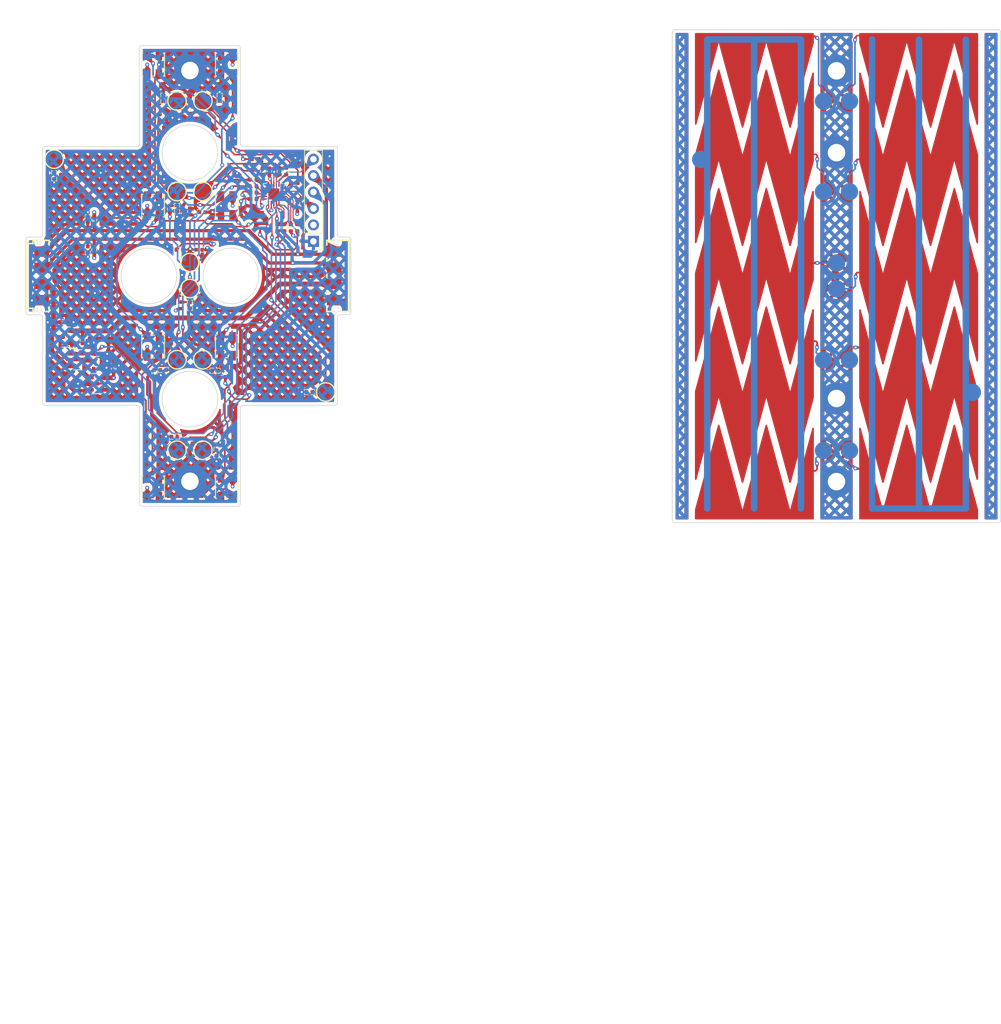
<source format=kicad_pcb>
(kicad_pcb (version 20241229) (generator "pcbnew") (generator_version "9.0")
  (layers (0 "F.Cu" signal "Front") (4 "In1.Cu" signal) (6 "In2.Cu" signal) (2 "B.Cu" signal "Back") (13 "F.Paste" user) (15 "B.Paste" user) (5 "F.SilkS" user "F.Silkscreen") (7 "B.SilkS" user "B.Silkscreen") (1 "F.Mask" user) (3 "B.Mask" user) (25 "Edge.Cuts" user))
  (net 0 "")
  (net 1 "GND")
  (net 2 "+3.3V")
  (net 3 "VBUS")
  (net 4 "SDA0")
  (net 5 "SCL0")
  (net 6 "VBUS1")
  (net 7 "TXD")
  (net 8 "UPDI")
  (net 9 "VBUS0")
  (net 10 "PWR")
  (net 11 "Net-(U8-EN)")
  (net 12 "A3")
  (net 13 "D11")
  (net 14 "D13")
  (net 15 "A1")
  (net 16 "A0")
  (net 17 "NEO")
  (net 18 "A2")
  (net 19 "D12")
  (net 21 "Net-(CN1-Pad1)")
  (net 22 "Net-(CN2-Pad1)")
  (net 23 "Net-(CN4-Pad1)")
  (net 24 "Net-(CN5-Pad1)")
  (net 25 "Net-(CN6-Pad1)")
  (net 26 "Net-(CN7-Pad1)")
  (net 27 "Net-(CN8-Pad1)")
  (net 28 "Net-(CN9-Pad1)")
  (net 29 "Net-(CN10-Pad1)")
  (net 30 "Net-(CN11-Pad1)")
  (net 31 "Net-(CN12-Pad1)")
  (net 32 "D10")
  (net 33 "A14")
  (net 34 "A15")
  (net 35 "A16")
  (net 36 "Net-(CN14-Pad1)")
  (net 37 "A4")
  (net 38 "Net-(U1-DOUT)")
  (net 39 "Net-(U19-DOUT)")
  (net 40 "Net-(U20-DOUT)")
  (net 41 "Net-(U21-DOUT)")
  (net 42 "Net-(U22-DOUT)")
  (net 43 "Net-(U23-DOUT)")
  (net 44 "Net-(U24-DOUT)")
  (net 46 "cn12-Pad2")
  (net 47 "cn1-pad2")
  (net 48 "cn8-pad2")
  (net 49 "cn4-pad2")
  (net 50 "cn5-pad2")
  (net 51 "cn14-pad2")
  (net 52 "cn9-pad2")
  (net 53 "cn2-pad2")
  (net 54 "cn7-pad2")
  (net 55 "cn6-pad2")
  (net 56 "cn10-pad2")
  (footprint "easyeda2kicad:SMD-1_BD2.0-H10.0" (layer "F.Cu") (at 87 86 180)
    (property "Reference" "CN6" (hide yes))
    (property "Value" "YTC1P-6030-01" (hide yes))
  )
  (footprint "Package_TO_SOT_SMD:SOT-23" (layer "F.Cu") (at 65.8625 68.5 180)
    (property "Reference" "Q2" (hide yes))
    (property "Value" "AO3400A")
  )
  (footprint "easyeda2kicad:LED-SMD_4P-L3.5-W3.5-BR_SK6812MINI-HS" (layer "F.Cu") (at 79.3 91.75 90)
    (property "Reference" "U21" (hide yes))
    (property "Value" "SK6812MINI-HS")
  )
  (footprint "easyeda2kicad:DFN1006-2L-BI" (layer "F.Cu") (at 80.9 73.6)
    (property "Reference" "U13" (hide yes))
    (property "Value" "H3V3U10B" (hide yes))
  )
  (footprint "easyeda2kicad:DFN1006-2L-BI" (layer "F.Cu") (at 88.88 73.7 180)
    (property "Reference" "U6" (hide yes))
    (property "Value" "H3V3U10B" (hide yes))
  )
  (footprint "easyeda2kicad:SMD-1_BD2.0-H10.0" (layer "F.Cu") (at 83 46)
    (property "Reference" "CN1" (hide yes))
    (property "Value" "YTC1P-6030-01" (hide yes))
  )
  (footprint "easyeda2kicad:SMD-1_BD2.0-H10.0" (layer "F.Cu") (at 83 72)
    (property "Reference" "CN4" (hide yes))
    (property "Value" "YTC1P-6030-01" (hide yes))
  )
  (footprint "Resistor_SMD:R_0402_1005Metric" (layer "F.Cu") (at 100.6 51.61 -90)
    (property "Reference" "R14" (hide yes))
    (property "Value" "1K")
  )
  (footprint "Resistor_SMD:R_0402_1005Metric" (layer "F.Cu") (at 94.765 45.175 180)
    (property "Reference" "R11" (hide yes))
    (property "Value" "1K")
  )
  (footprint "easyeda2kicad:LED-SMD_4P-L3.5-W3.5-BR_SK6812MINI-HS" (layer "F.Cu") (at 79.3 69.966667 90)
    (property "Reference" "U20" (hide yes))
    (property "Value" "SK6812MINI-HS")
  )
  (footprint "Resistor_SMD:R_0402_1005Metric" (layer "F.Cu") (at 101.6 47.9 90)
    (property "Reference" "R1" (hide yes))
    (property "Value" "10K" (hide yes))
  )
  (footprint "easyeda2kicad:SMD-1_BD2.0-H10.0" (layer "F.Cu") (at 106 77)
    (property "Reference" "CN11" (hide yes))
    (property "Value" "YTC1P-6030-01" (hide yes))
  )
  (footprint "MountingHole:MountingHole_2.7mm_M2.5_DIN965_Pad_TopBottom" (layer "F.Cu") (at 185.000707 78)
    (property "Reference" "H2" (hide yes))
    (property "Value" "MountingHole_Pad" (hide yes))
  )
  (footprint "Resistor_SMD:R_0402_1005Metric" (layer "F.Cu") (at 94.765 44.175 180)
    (property "Reference" "R10" (hide yes))
    (property "Value" "1K")
  )
  (footprint "easyeda2kicad:DFN1006-2L-BI" (layer "F.Cu") (at 103.48 77)
    (property "Reference" "U17" (hide yes))
    (property "Value" "H3V3U10B" (hide yes))
  )
  (footprint "easyeda2kicad:LED-SMD_4P-L3.5-W3.5-BR_SK6812MINI-HS" (layer "F.Cu") (at 79.3 48.183333 90)
    (property "Reference" "U19" (hide yes))
    (property "Value" "SK6812MINI-HS")
  )
  (footprint "easyeda2kicad:DFN1006-2L-BI" (layer "F.Cu") (at 64 43.58 90)
    (property "Reference" "U18" (hide yes))
    (property "Value" "H3V3U10B" (hide yes))
  )
  (footprint "easyeda2kicad:CONN-SMD_YZ199315035T-04025-01" (layer "F.Cu") (at 62.075 59.05 90)
    (property "Reference" "CN3" (hide yes))
    (property "Value" "Pogo Pin Receptor Right")
  )
  (footprint "Resistor_SMD:R_0402_1005Metric" (layer "F.Cu") (at 99.6 51.6 -90)
    (property "Reference" "R15" (hide yes))
    (property "Value" "1K")
  )
  (footprint "Resistor_SMD:R_0402_1005Metric" (layer "F.Cu") (at 96.275 42.875 90)
    (property "Reference" "R9" (hide yes))
    (property "Value" "1K")
  )
  (footprint "Package_DFN_QFN:VQFN-20-1EP_3x3mm_P0.4mm_EP1.7x1.7mm" (layer "F.Cu") (at 97.975 46.375 -90)
    (property "Reference" "U2" (hide yes))
    (property "Value" "ATtiny1616-M" (hide yes))
  )
  (footprint "Resistor_SMD:R_0402_1005Metric" (layer "F.Cu") (at 98.6 51.6 -90)
    (property "Reference" "R16" (hide yes))
    (property "Value" "1K" (hide yes))
  )
  (footprint "easyeda2kicad:LED-SMD_4P-L3.5-W3.5-BR_SK6812MINI-HS" (layer "F.Cu") (at 90.7 48.166667 -90)
    (property "Reference" "U24" (hide yes))
    (property "Value" "SK6812MINI-HS")
  )
  (footprint "MountingHole:MountingHole_2.7mm_M2.5_DIN965_Pad_TopBottom" (layer "F.Cu") (at 185 40)
    (property "Reference" "H1" (hide yes))
    (property "Value" "MountingHole_Pad" (hide yes))
  )
  (footprint "Package_TO_SOT_SMD:SOT-23" (layer "F.Cu") (at 67.6625 72)
    (property "Reference" "Q1" (hide yes))
    (property "Value" "AO3400A")
  )
  (footprint "easyeda2kicad:DFN1006-2L-BI" (layer "F.Cu") (at 69.2 50.4 90)
    (property "Reference" "U11" (hide yes))
    (property "Value" "H3V3U10B")
  )
  (footprint "easyeda2kicad:DFN1006-2L-BI" (layer "F.Cu") (at 83 48.62 90)
    (property "Reference" "U15" (hide yes))
    (property "Value" "H3V3U10B" (hide yes))
  )
  (footprint "easyeda2kicad:SMD-1_BD2.0-H10.0" (layer "F.Cu") (at 87 72 180)
    (property "Reference" "CN7" (hide yes))
    (property "Value" "YTC1P-6030-01" (hide yes))
  )
  (footprint "easyeda2kicad:DFN1006-2L-BI" (layer "F.Cu") (at 85 63.6 90)
    (property "Reference" "U14" (hide yes))
    (property "Value" "H3V3U10B" (hide yes))
  )
  (footprint "easyeda2kicad:DFN1006-2L-BI" (layer "F.Cu") (at 86.42 55 180)
    (property "Reference" "U4" (hide yes))
    (property "Value" "H3V3U10B" (hide yes))
  )
  (footprint "Resistor_SMD:R_0402_1005Metric" (layer "F.Cu") (at 83.7 63.6 -90)
    (property "Reference" "R23" (hide yes))
    (property "Value" "10K" (hide yes))
  )
  (footprint "Package_TO_SOT_SMD:SOT-23-5" (layer "F.Cu") (at 70.6 75.7)
    (property "Reference" "U8" (hide yes))
    (property "Value" "AP2112K-3.3")
  )
  (footprint "Resistor_SMD:R_0402_1005Metric" (layer "F.Cu") (at 70.8 72.2)
    (property "Reference" "R7" (hide yes))
    (property "Value" "10K")
  )
  (footprint "easyeda2kicad:LED-SMD_4P-L3.5-W3.5-BR_SK6812MINI-HS" (layer "F.Cu") (at 90.7 69.933333 -90)
    (property "Reference" "U23" (hide yes))
    (property "Value" "SK6812MINI-HS")
  )
  (footprint "easyeda2kicad:SMD-1_BD2.0-H10.0" (layer "F.Cu") (at 87 32 180)
    (property "Reference" "CN14" (hide yes))
    (property "Value" "YTC1P-6030-01" (hide yes))
  )
  (footprint "Resistor_SMD:R_0402_1005Metric" (layer "F.Cu") (at 67.51 76.8 180)
    (property "Reference" "R4" (hide yes))
    (property "Value" "10K")
  )
  (footprint "easyeda2kicad:SMD-1_BD2.0-H10.0" (layer "F.Cu") (at 83 32)
    (property "Reference" "CN12" (hide yes))
    (property "Value" "YTC1P-6030-01" (hide yes))
  )
  (footprint "Resistor_SMD:R_0402_1005Metric" (layer "F.Cu") (at 80.3 34.61 -90)
    (property "Reference" "R21" (hide yes))
    (property "Value" "10K" (hide yes))
  )
  (footprint "Resistor_SMD:R_0402_1005Metric" (layer "F.Cu") (at 94.765 46.175 180)
    (property "Reference" "R12" (hide yes))
    (property "Value" "1K")
  )
  (footprint "easyeda2kicad:CONN-SMD_4P-L11.0-W5.5-P2.50_YZ165615055F-04025-01" (layer "F.Cu") (at 107.325 59.05 -90)
    (property "Reference" "U7" (hide yes))
    (property "Value" "Pogo Pin Left")
  )
  (footprint "easyeda2kicad:DFN1006-2L-BI" (layer "F.Cu") (at 80.9 31.58 -90)
    (property "Reference" "U16" (hide yes))
    (property "Value" "H3V3U10B" (hide yes))
  )
  (footprint "MountingHole:MountingHole_2.7mm_M2.5_DIN965_Pad_TopBottom" (layer "F.Cu") (at 85 90.8)
    (property "Reference" "H2" (hide yes))
    (property "Value" "MountingHole_Pad")
  )
  (footprint "easyeda2kicad:DFN1006-2L-BI" (layer "F.Cu") (at 89.6 31.6 -90)
    (property "Reference" "U10" (hide yes))
    (property "Value" "H3V3U10B" (hide yes))
  )
  (footprint "Resistor_SMD:R_0402_1005Metric" (layer "F.Cu") (at 101.6 51.6 -90)
    (property "Reference" "R13" (hide yes))
    (property "Value" "1K")
  )
  (footprint "Resistor_SMD:R_0402_1005Metric" (layer "F.Cu") (at 94.775 47.175 180)
    (property "Reference" "R20" (hide yes))
    (property "Value" "1K" (hide yes))
  )
  (footprint "Resistor_SMD:R_0402_1005Metric" (layer "F.Cu") (at 89.99 74.8)
    (property "Reference" "R28" (hide yes))
    (property "Value" "10K" (hide yes))
  )
  (footprint "Resistor_SMD:R_0402_1005Metric" (layer "F.Cu") (at 68.4 68.99 -90)
    (property "Reference" "R5" (hide yes))
    (property "Value" "10K")
  )
  (footprint "easyeda2kicad:DFN1006-2L-BI" (layer "F.Cu") (at 86.92 49.2 180)
    (property "Reference" "U3" (hide yes))
    (property "Value" "H3V3U10B" (hide yes))
  )
  (footprint "Resistor_SMD:R_0402_1005Metric" (layer "F.Cu") (at 98.875 42.875 90)
    (property "Reference" "R19" (hide yes))
    (property "Value" "1K")
  )
  (footprint "MountingHole:MountingHole_2.7mm_M2.5_DIN965_Pad_TopBottom" (layer "F.Cu") (at 185.000707 27.35)
    (property "Reference" "H1" (hide yes))
    (property "Value" "MountingHole_Pad" (hide yes))
  )
  (footprint "easyeda2kicad:DFN1006-2L-BI" (layer "F.Cu") (at 89.1 86.38 90)
    (property "Reference" "U9" (hide yes))
    (property "Value" "H3V3U10B" (hide yes))
  )
  (footprint "Connector_PinHeader_2.54mm:PinHeader_1x06_P2.54mm_Vertical" (layer "F.Cu") (at 104.1 53.71 180)
    (property "Reference" "J1" (hide yes))
    (property "Value" "Conn_01x06")
  )
  (footprint "Resistor_SMD:R_0402_1005Metric" (layer "F.Cu") (at 99.875 42.875 90)
    (property "Reference" "R18" (hide yes))
    (property "Value" "1K")
  )
  (footprint "easyeda2kicad:LED-SMD_4P-L3.5-W3.5-BR_SK6812MINI-HS" (layer "F.Cu") (at 79.3 26.4 90)
    (property "Reference" "U1" (hide yes))
    (property "Value" "SK6812MINI-HS")
  )
  (footprint "easyeda2kicad:LED-SMD_4P-L3.5-W3.5-BR_SK6812MINI-HS" (layer "F.Cu") (at 90.7 26.4 -90)
    (property "Reference" "U25" (hide yes))
    (property "Value" "SK6812MINI-HS")
  )
  (footprint "easyeda2kicad:SMD-1_BD2.0-H10.0" (layer "F.Cu") (at 64 41)
    (property "Reference" "CN10" (hide yes))
    (property "Value" "YTC1P-6030-01" (hide yes))
  )
  (footprint "easyeda2kicad:SMD-1_BD2.0-H10.0" (layer "F.Cu") (at 83 86)
    (property "Reference" "CN5" (hide yes))
    (property "Value" "YTC1P-6030-01" (hide yes))
  )
  (footprint "Capacitor_SMD:C_0402_1005Metric" (layer "F.Cu") (at 70.6 73.4)
    (property "Reference" "C7" (hide yes))
    (property "Value" "1u")
  )
  (footprint "easyeda2kicad:LED-SMD_4P-L3.5-W3.5-BR_SK6812MINI-HS" (layer "F.Cu") (at 90.7 91.7 -90)
    (property "Reference" "U22" (hide yes))
    (property "Value" "SK6812MINI-HS")
  )
  (footprint "MountingHole:MountingHole_2.7mm_M2.5_DIN965_Pad_TopBottom" (layer "F.Cu") (at 185.000707 90.85)
    (property "Reference" "H2" (hide yes))
    (property "Value" "MountingHole_Pad" (hide yes))
  )
  (footprint "easyeda2kicad:DFN1006-2L-BI" (layer "F.Cu") (at 82.6 83.9)
    (property "Reference" "U12" (hide yes))
    (property "Value" "H3V3U10B" (hide yes))
  )
  (footprint "easyeda2kicad:DFN1006-2L-BI" (layer "F.Cu") (at 69.2 54.98 -90)
    (property "Reference" "U5" (hide yes))
    (property "Value" "H3V3U10B" (hide yes))
  )
  (footprint "Resistor_SMD:R_0402_1005Metric" (layer "F.Cu") (at 79.5 74.09 -90)
    (property "Reference" "R24" (hide yes))
    (property "Value" "10K" (hide yes))
  )
  (footprint "Resistor_SMD:R_0402_1005Metric" (layer "F.Cu") (at 85 49.1 -90)
    (property "Reference" "R26" (hide yes))
    (property "Value" "10K" (hide yes))
  )
  (footprint "Resistor_SMD:R_0402_1005Metric" (layer "F.Cu") (at 70.2 50.41 -90)
    (property "Reference" "R2" (hide yes))
    (property "Value" "10K" (hide yes))
  )
  (footprint "MountingHole:MountingHole_2.7mm_M2.5_DIN965_Pad_TopBottom" (layer "F.Cu") (at 85 27.3)
    (property "Reference" "H1" (hide yes))
    (property "Value" "MountingHole_Pad")
  )
  (footprint "Resistor_SMD:R_0402_1005Metric" (layer "F.Cu") (at 95.11 41)
    (property "Reference" "R25" (hide yes))
    (property "Value" "10K" (hide yes))
  )
  (footprint "easyeda2kicad:SMD-1_BD2.0-H10.0" (layer "F.Cu") (at 87 46 180)
    (property "Reference" "CN9" (hide yes))
    (property "Value" "YTC1P-6030-01" (hide yes))
  )
  (footprint "Capacitor_SMD:C_0402_1005Metric" (layer "F.Cu") (at 97.275 42.895 90)
    (property "Reference" "C1" (hide yes))
    (property "Value" "0.1u")
  )
  (footprint "Resistor_SMD:R_0402_1005Metric" (layer "F.Cu") (at 65.41 66.2)
    (property "Reference" "R6" (hide yes))
    (property "Value" "10K")
  )
  (footprint "Resistor_SMD:R_0402_1005Metric" (layer "F.Cu") (at 70.81 71.1)
    (property "Reference" "R8" (hide yes))
    (property "Value" "10K")
  )
  (footprint "Resistor_SMD:R_0402_1005Metric" (layer "F.Cu") (at 83.4 55 180)
    (property "Reference" "R27" (hide yes))
    (property "Value" "10K" (hide yes))
  )
  (footprint "Resistor_SMD:R_0402_1005Metric" (layer "F.Cu") (at 81.9 48.7 -90)
    (property "Reference" "R22" (hide yes))
    (property "Value" "10K" (hide yes))
  )
  (footprint "easyeda2kicad:SMD-1_BD2.0-H10.0" (layer "F.Cu") (at 85 61 90)
    (property "Reference" "CN2" (hide yes))
    (property "Value" "YTC1P-6030-01" (hide yes))
  )
  (footprint "easyeda2kicad:SMD-1_BD2.0-H10.0" (layer "F.Cu") (at 85 57 -90)
    (property "Reference" "CN8" (hide yes))
    (property "Value" "YTC1P-6030-01" (hide yes))
  )
  (footprint "Resistor_SMD:R_0402_1005Metric" (layer "F.Cu") (at 70.2 55.01 90)
    (property "Reference" "R3" (hide yes))
    (property "Value" "10K" (hide yes))
  )
  (footprint "Capacitor_SMD:C_0402_1005Metric" (layer "F.Cu") (at 73.2 73.4 90)
    (property "Reference" "C6" (hide yes))
    (property "Value" "1u")
  )
  (footprint "Resistor_SMD:R_0402_1005Metric" (layer "F.Cu") (at 101.175 44.675)
    (property "Reference" "R17" (hide yes))
    (property "Value" "1K" (hide yes))
  )
  (gr_circle (center 183 86.049293) (end 184.25 86.049293) (stroke (width 0.2)) (fill yes) (layer "B.Cu") (net 50))
  (gr_circle (center 185 57.049293) (end 186.25 57.049293) (stroke (width 0.2)) (fill yes) (layer "B.Cu") (net 48))
  (gr_line (start 205 22.5) (end 205 95) (stroke (width 1)) (layer "B.Cu") (net 56))
  (gr_line (start 165 22.5) (end 165 95) (stroke (width 1)) (layer "B.Cu") (net 56))
  (gr_line (start 197.75 22.5) (end 197.75 95) (stroke (width 1)) (layer "B.Cu") (net 56))
  (gr_circle (center 187 72.049293) (end 188.25 72.049293) (stroke (width 0.2)) (fill yes) (layer "B.Cu") (net 54))
  (gr_circle (center 164 41.049293) (end 165.25 41.049293) (stroke (width 0.2)) (fill yes) (layer "B.Cu") (net 56))
  (gr_circle (center 206 77.049293) (end 207.25 77.049293) (stroke (width 0.2)) (fill yes) (layer "B.Cu") (net 56))
  (gr_circle (center 183 72.049293) (end 184.25 72.049293) (stroke (width 0.2)) (fill yes) (layer "B.Cu") (net 49))
  (gr_circle (center 185 61.049293) (end 186.25 61.049293) (stroke (width 0.2)) (fill yes) (layer "B.Cu") (net 53))
  (gr_line (start 172.25 22.5) (end 165 22.5) (stroke (width 1)) (layer "B.Cu") (net 56))
  (gr_line (start 179.5 22.5) (end 172.25 22.5) (stroke (width 1)) (layer "B.Cu") (net 56))
  (gr_line (start 190.5 22.5) (end 190.5 95) (stroke (width 1)) (layer "B.Cu") (net 56))
  (gr_line (start 179.5 22.5) (end 179.5 95) (stroke (width 1)) (layer "B.Cu") (net 56))
  (gr_circle (center 183 32.049293) (end 184.25 32.049293) (stroke (width 0.2)) (fill yes) (layer "B.Cu") (net 46))
  (gr_line (start 205 95) (end 197.75 95) (stroke (width 1)) (layer "B.Cu") (net 56))
  (gr_line (start 172.25 22.5) (end 172.25 95) (stroke (width 1)) (layer "B.Cu") (net 56))
  (gr_circle (center 183 46.049293) (end 184.25 46.049293) (stroke (width 0.2)) (fill yes) (layer "B.Cu") (net 47))
  (gr_line (start 197.75 95) (end 190.5 95) (stroke (width 1)) (layer "B.Cu") (net 56))
  (gr_circle (center 187 86.049293) (end 188.25 86.049293) (stroke (width 0.2)) (fill yes) (layer "B.Cu") (net 55))
  (gr_circle (center 187 46.049293) (end 188.25 46.049293) (stroke (width 0.2)) (fill yes) (layer "B.Cu") (net 52))
  (gr_circle (center 187 32.049293) (end 188.25 32.049293) (stroke (width 0.2)) (fill yes) (layer "B.Cu") (net 51))
  (gr_line (start 159.6 21.4) (end 159.6 96.8) (stroke (width 0.1)) (layer "Edge.Cuts"))
  (gr_arc (start 60 65.05) (mid 59.717157 64.932843) (end 59.6 64.65) (stroke (width 0.1)) (layer "Edge.Cuts"))
  (gr_line (start 107.4 79.05) (end 93.2 79.05) (stroke (width 0.1)) (layer "Edge.Cuts"))
  (gr_line (start 62.6 39.05) (end 76.8 39.05) (stroke (width 0.1)) (layer "Edge.Cuts"))
  (gr_arc (start 62.6 79.05) (mid 62.317157 78.932843) (end 62.2 78.65) (stroke (width 0.1)) (layer "Edge.Cuts"))
  (gr_arc (start 59.6 53.45) (mid 59.717157 53.167157) (end 60 53.05) (stroke (width 0.1)) (layer "Edge.Cuts"))
  (gr_line (start 160 21) (end 210 21) (stroke (width 0.1)) (layer "Edge.Cuts"))
  (gr_line (start 77.2 38.65) (end 77.2 23.85) (stroke (width 0.1)) (layer "Edge.Cuts"))
  (gr_line (start 61.8 53.05) (end 60 53.05) (stroke (width 0.1)) (layer "Edge.Cuts"))
  (gr_arc (start 160 97.2) (mid 159.717157 97.082843) (end 159.6 96.8) (stroke (width 0.1)) (layer "Edge.Cuts"))
  (gr_line (start 61.8 65.05) (end 60 65.05) (stroke (width 0.1)) (layer "Edge.Cuts"))
  (gr_line (start 108.2 53.05) (end 109.5 53.05) (stroke (width 0.1)) (layer "Edge.Cuts"))
  (gr_line (start 62.2 78.65) (end 62.2 65.45) (stroke (width 0.1)) (layer "Edge.Cuts"))
  (gr_arc (start 109.5 53.05) (mid 109.782843 53.167157) (end 109.9 53.45) (stroke (width 0.1)) (layer "Edge.Cuts"))
  (gr_line (start 77.2 94.25) (end 77.2 79.45) (stroke (width 0.1)) (layer "Edge.Cuts"))
  (gr_line (start 92.8 23.85) (end 92.8 38.65) (stroke (width 0.1)) (layer "Edge.Cuts"))
  (gr_arc (start 92.8 79.45) (mid 92.917157 79.167157) (end 93.2 79.05) (stroke (width 0.1)) (layer "Edge.Cuts"))
  (gr_arc (start 77.2 38.65) (mid 77.082843 38.932843) (end 76.8 39.05) (stroke (width 0.1)) (layer "Edge.Cuts"))
  (gr_arc (start 93.2 39.05) (mid 92.917157 38.932843) (end 92.8 38.65) (stroke (width 0.1)) (layer "Edge.Cuts"))
  (gr_line (start 77.6 94.65) (end 92.4 94.65) (stroke (width 0.1)) (layer "Edge.Cuts"))
  (gr_arc (start 77.6 94.65) (mid 77.317157 94.532843) (end 77.2 94.25) (stroke (width 0.1)) (layer "Edge.Cuts"))
  (gr_arc (start 61.8 65.05) (mid 62.082843 65.167157) (end 62.2 65.45) (stroke (width 0.1)) (layer "Edge.Cuts"))
  (gr_line (start 62.2 52.65) (end 62.2 39.45) (stroke (width 0.1)) (layer "Edge.Cuts"))
  (gr_line (start 109.9 53.45) (end 109.9 64.65) (stroke (width 0.1)) (layer "Edge.Cuts"))
  (gr_circle (center 91.35 59.05) (end 95.65 59.05) (stroke (width 0.1)) (fill no) (layer "Edge.Cuts"))
  (gr_line (start 59.6 53.45) (end 59.6 64.65) (stroke (width 0.1)) (layer "Edge.Cuts"))
  (gr_line (start 107.8 52.65) (end 107.8 39.05) (stroke (width 0.1)) (layer "Edge.Cuts"))
  (gr_arc (start 109.9 64.65) (mid 109.782843 64.932843) (end 109.5 65.05) (stroke (width 0.1)) (layer "Edge.Cuts"))
  (gr_arc (start 77.2 23.85) (mid 77.317157 23.567157) (end 77.6 23.45) (stroke (width 0.1)) (layer "Edge.Cuts"))
  (gr_arc (start 159.6 21.4) (mid 159.717157 21.117157) (end 160 21) (stroke (width 0.1)) (layer "Edge.Cuts"))
  (gr_arc (start 76.8 79.05) (mid 77.082843 79.167157) (end 77.2 79.45) (stroke (width 0.1)) (layer "Edge.Cuts"))
  (gr_arc (start 108.2 53.05) (mid 107.917157 52.932843) (end 107.8 52.65) (stroke (width 0.1)) (layer "Edge.Cuts"))
  (gr_circle (center 78.65 59.05) (end 82.95 59.05) (stroke (width 0.1)) (fill no) (layer "Edge.Cuts"))
  (gr_arc (start 210.4 96.8) (mid 210.282843 97.082843) (end 210 97.2) (stroke (width 0.1)) (layer "Edge.Cuts"))
  (gr_arc (start 92.4 23.45) (mid 92.682843 23.567157) (end 92.8 23.85) (stroke (width 0.1)) (layer "Edge.Cuts"))
  (gr_circle (center 85 78.1) (end 89.3 78.1) (stroke (width 0.1)) (fill no) (layer "Edge.Cuts"))
  (gr_line (start 93.2 39.05) (end 107.8 39.05) (stroke (width 0.1)) (layer "Edge.Cuts"))
  (gr_arc (start 62.2 52.65) (mid 62.082843 52.932843) (end 61.8 53.05) (stroke (width 0.1)) (layer "Edge.Cuts"))
  (gr_arc (start 62.2 39.45) (mid 62.317157 39.167157) (end 62.6 39.05) (stroke (width 0.1)) (layer "Edge.Cuts"))
  (gr_arc (start 107.8 78.65) (mid 107.682843 78.932843) (end 107.4 79.05) (stroke (width 0.1)) (layer "Edge.Cuts"))
  (gr_arc (start 210 21) (mid 210.282843 21.117157) (end 210.4 21.4) (stroke (width 0.1)) (layer "Edge.Cuts"))
  (gr_line (start 160 97.2) (end 210 97.2) (stroke (width 0.1)) (layer "Edge.Cuts"))
  (gr_arc (start 107.8 65.45) (mid 107.917157 65.167157) (end 108.2 65.05) (stroke (width 0.1)) (layer "Edge.Cuts"))
  (gr_line (start 77.6 23.45) (end 92.4 23.45) (stroke (width 0.1)) (layer "Edge.Cuts"))
  (gr_line (start 62.6 79.05) (end 76.8 79.05) (stroke (width 0.1)) (layer "Edge.Cuts"))
  (gr_line (start 210.4 21.4) (end 210.4 96.8) (stroke (width 0.1)) (layer "Edge.Cuts"))
  (gr_line (start 108.2 65.05) (end 109.5 65.05) (stroke (width 0.1)) (layer "Edge.Cuts"))
  (gr_arc (start 92.8 94.25) (mid 92.682843 94.532843) (end 92.4 94.65) (stroke (width 0.1)) (layer "Edge.Cuts"))
  (gr_line (start 92.8 79.45) (end 92.8 94.25) (stroke (width 0.1)) (layer "Edge.Cuts"))
  (gr_line (start 107.8 78.65) (end 107.8 65.45) (stroke (width 0.1)) (layer "Edge.Cuts"))
  (gr_circle (center 85 40) (end 89.3 40) (stroke (width 0.1)) (fill no) (layer "Edge.Cuts"))
  (segment (start 89.6 31.18) (end 89.6 30.6) (width 0.5) (layer "F.Cu") (net 1))
  (segment (start 87.7 54.7) (end 87.4 55) (width 0.25) (layer "F.Cu") (net 1))
  (segment (start 69.2 49.98) (end 69.2 49.2) (width 0.5) (layer "F.Cu") (net 1))
  (segment (start 89.8 49.616667) (end 89.8 48.2) (width 0.25) (layer "F.Cu") (net 1))
  (segment (start 82.18 83.9) (end 81.3 83.9) (width 0.5) (layer "F.Cu") (net 1))
  (segment (start 89.9 73.1) (end 89.9 71.483333) (width 0.5) (layer "F.Cu") (net 1))
  (segment (start 80.2 68.516667) (end 80.2 69.9) (width 0.25) (layer "F.Cu") (net 1))
  (segment (start 71.31 72.2) (end 72.2 72.2) (width 0.5) (layer "F.Cu") (net 1))
  (segment (start 80.2 24.95) (end 80.2 26.4) (width 0.25) (layer "F.Cu") (net 1))
  (segment (start 97.975 44.925) (end 97.975 46.375) (width 0.15) (layer "F.Cu") (net 1))
  (segment (start 89.1 86.8) (end 89.1 87.7) (width 0.5) (layer "F.Cu") (net 1))
  (segment (start 103.06 77) (end 102.3 77) (width 0.5) (layer "F.Cu") (net 1))
  (segment (start 69.4625 75.75) (end 69.4625 75.7) (width 0.75) (layer "F.Cu") (net 1))
  (segment (start 89.9 71.483333) (end 89.8 71.383333) (width 0.5) (layer "F.Cu") (net 1))
  (segment (start 68.4 69.5) (end 69.3 69.5) (width 0.5) (layer "F.Cu") (net 1))
  (segment (start 89.3 73.7) (end 89.9 73.1) (width 0.5) (layer "F.Cu") (net 1))
  (segment (start 65.92 66.2) (end 67 66.2) (width 0.5) (layer "F.Cu") (net 1))
  (segment (start 80.48 74.38) (end 80.5 74.4) (width 0.5) (layer "F.Cu") (net 1))
  (segment (start 80.2 90.3) (end 80.2 91.7) (width 0.25) (layer "F.Cu") (net 1))
  (segment (start 73.2 72.92) (end 73.98 72.92) (width 0.5) (layer "F.Cu") (net 1))
  (segment (start 89.8 27.85) (end 89.8 26.4) (width 0.25) (layer "F.Cu") (net 1))
  (segment (start 87.34 49.2) (end 88.475 49.2) (width 0.5) (layer "F.Cu") (net 1))
  (segment (start 89.8 71.383333) (end 89.8 69.9) (width 0.25) (layer "F.Cu") (net 1))
  (segment (start 64 44) (end 64 44.6) (width 0.5) (layer "F.Cu") (net 1))
  (segment (start 88.475 49.2) (end 88.5 49.175) (width 0.5) (layer "F.Cu") (net 1))
  (segment (start 85 64.02) (end 86.08 64.02) (width 0.5) (layer "F.Cu") (net 1))
  (segment (start 80.2 46.733333) (end 80.2 48.1) (width 0.25) (layer "F.Cu") (net 1))
  (segment (start 97.275 42.415) (end 97.48246 42.415) (width 0.15) (layer "F.Cu") (net 1))
  (segment (start 97.975 44.925) (end 97.975 43.005448) (width 0.15) (layer "F.Cu") (net 1))
  (segment (start 87.4 55) (end 86.84 55) (width 0.25) (layer "F.Cu") (net 1))
  (segment (start 80.9 30.683884) (end 80.458058 30.241942) (width 0.5) (layer "F.Cu") (net 1))
  (segment (start 97.48246 42.415) (end 98.023954 42.956494) (width 0.15) (layer "F.Cu") (net 1))
  (segment (start 97.975 43.005448) (end 98.023954 42.956494) (width 0.15) (layer "F.Cu") (net 1))
  (segment (start 89.8 93.15) (end 88.85 93.15) (width 0.25) (layer "F.Cu") (net 1))
  (segment (start 73.98 72.92) (end 74 72.9) (width 0.5) (layer "F.Cu") (net 1))
  (segment (start 86.08 64.02) (end 86.1 64) (width 0.5) (layer "F.Cu") (net 1))
  (segment (start 69.4625 75.7) (end 67.7 75.7) (width 0.75) (layer "F.Cu") (net 1))
  (segment (start 83 49.04) (end 83 49.9) (width 0.5) (layer "F.Cu") (net 1))
  (segment (start 88.85 93.15) (end 88.8 93.2) (width 0.25) (layer "F.Cu") (net 1))
  (segment (start 80.48 73.6) (end 80.48 74.38) (width 0.5) (layer "F.Cu") (net 1))
  (segment (start 71.08 73.4) (end 71.23625 73.24375) (width 0.5) (layer "F.Cu") (net 1))
  (segment (start 71.32 71.1) (end 72.2 71.1) (width 0.5) (layer "F.Cu") (net 1))
  (segment (start 80.9 31.16) (end 80.9 30.683884) (width 0.5) (layer "F.Cu") (net 1))
  (segment (start 71.23625 73.24375) (end 72.105158 73.24375) (width 0.5) (layer "F.Cu") (net 1))
  (segment (start 69.2 55.4) (end 69.2 56.1) (width 0.5) (layer "F.Cu") (net 1))
  (via (at 89.6 30.6) (size 0.6) (drill 0.3) (layers "F.Cu" "B.Cu") (net 1))
  (via (at 60.56 62.84) (size 0.6) (drill 0.3) (layers "F.Cu" "B.Cu") (net 1))
  (via (at 75.3 44.5) (size 0.6) (drill 0.3) (layers "F.Cu" "B.Cu") (net 1))
  (via (at 69.3 69.5) (size 0.6) (drill 0.3) (layers "F.Cu" "B.Cu") (net 1))
  (via (at 89.7 84.8) (size 0.6) (drill 0.3) (layers "F.Cu" "B.Cu") (net 1))
  (via (at 72.2 72.2) (size 0.6) (drill 0.3) (layers "F.Cu" "B.Cu") (net 1))
  (via (at 80.2 48.1) (size 0.6) (drill 0.3) (layers "F.Cu" "B.Cu") (net 1))
  (via (at 69.2 56.1) (size 0.6) (drill 0.3) (layers "F.Cu" "B.Cu") (net 1))
  (via (at 89.8 48.2) (size 0.6) (drill 0.3) (layers "F.Cu" "B.Cu") (net 1))
  (via (at 102.3 77) (size 0.6) (drill 0.3) (layers "F.Cu" "B.Cu") (net 1))
  (via (at 97.1 51.4) (size 0.6) (drill 0.3) (layers "F.Cu" "B.Cu") (net 1))
  (via (at 92.3 43.2) (size 0.6) (drill 0.3) (layers "F.Cu" "B.Cu") (net 1))
  (via (at 86.1 64) (size 0.6) (drill 0.3) (layers "F.Cu" "B.Cu") (net 1))
  (via (at 105 66.9) (size 0.6) (drill 0.3) (layers "F.Cu" "B.Cu") (net 1))
  (via (at 72.105158 73.24375) (size 0.6) (drill 0.3) (layers "F.Cu" "B.Cu") (net 1))
  (via (at 71.2 43.1) (size 0.6) (drill 0.3) (layers "F.Cu" "B.Cu") (net 1))
  (via (at 81.3 83.9) (size 0.6) (drill 0.3) (layers "F.Cu" "B.Cu") (net 1))
  (via (at 72.2 71.1) (size 0.6) (drill 0.3) (layers "F.Cu" "B.Cu") (net 1))
  (via (at 83.5 51.2) (size 0.6) (drill 0.3) (layers "F.Cu" "B.Cu") (net 1))
  (via (at 106.6 40.55) (size 0.6) (drill 0.3) (layers "F.Cu" "B.Cu") (net 1))
  (via (at 64 44.6) (size 0.6) (drill 0.3) (layers "F.Cu" "B.Cu") (net 1))
  (via (at 80.2 69.9) (size 0.6) (drill 0.3) (layers "F.Cu" "B.Cu") (net 1))
  (via (at 89.1 87.7) (size 0.6) (drill 0.3) (layers "F.Cu" "B.Cu") (net 1))
  (via (at 81.5 54.5) (size 0.6) (drill 0.3) (layers "F.Cu" "B.Cu") (net 1))
  (via (at 67.7 75.7) (size 0.6) (drill 0.3) (layers "F.Cu" "B.Cu") (net 1))
  (via (at 96.3 64.1) (size 0.6) (drill 0.3) (layers "F.Cu" "B.Cu") (net 1))
  (via (at 63 66.22) (size 0.6) (drill 0.3) (layers "F.Cu" "B.Cu") (net 1))
  (via (at 74 72.9) (size 0.6) (drill 0.3) (layers "F.Cu" "B.Cu") (net 1))
  (via (at 88.5 49.175) (size 0.6) (drill 0.3) (layers "F.Cu" "B.Cu") (net 1))
  (via (at 67 66.2) (size 0.6) (drill 0.3) (layers "F.Cu" "B.Cu") (net 1))
  (via (at 88.8 93.2) (size 0.6) (drill 0.3) (layers "F.Cu" "B.Cu") (net 1))
  (via (at 81 44.1) (size 0.6) (drill 0.3) (layers "F.Cu" "B.Cu") (net 1))
  (via (at 74.9 51.1) (size 0.6) (drill 0.3) (layers "F.Cu" "B.Cu") (net 1))
  (via (at 83.8 58.9) (size 0.6) (drill 0.3) (layers "F.Cu" "B.Cu") (net 1))
  (via (at 83 49.9) (size 0.6) (drill 0.3) (layers "F.Cu" "B.Cu") (net 1))
  (via (at 87.7 54.7) (size 0.6) (drill 0.3) (layers "F.Cu" "B.Cu") (net 1))
  (via (at 78.1 86.3) (size 0.6) (drill 0.3) (layers "F.Cu" "B.Cu") (net 1))
  (via (at 70.3 61.7) (size 0.6) (drill 0.3) (layers "F.Cu" "B.Cu") (net 1))
  (via (at 82.3 34.6) (size 0.6) (drill 0.3) (layers "F.Cu" "B.Cu") (net 1))
  (via (at 69.2 49.2) (size 0.6) (drill 0.3) (layers "F.Cu" "B.Cu") (net 1))
  (via (at 98.023954 42.956494) (size 0.6) (drill 0.3) (layers "F.Cu" "B.Cu") (net 1))
  (via (at 89.8 26.4) (size 0.6) (drill 0.3) (layers "F.Cu" "B.Cu") (net 1))
  (via (at 89.8 69.9) (size 0.6) (drill 0.3) (layers "F.Cu" "B.Cu") (net 1))
  (via (at 80.458058 30.241942) (size 0.6) (drill 0.3) (layers "F.Cu" "B.Cu") (net 1))
  (via (at 80.5 74.4) (size 0.6) (drill 0.3) (layers "F.Cu" "B.Cu") (net 1))
  (via (at 92 37.8) (size 0.6) (drill 0.3) (layers "F.Cu" "B.Cu") (net 1))
  (via (at 97.9 73.5) (size 0.6) (drill 0.3) (layers "F.Cu" "B.Cu") (net 1))
  (via (at 80.2 91.7) (size 0.6) (drill 0.3) (layers "F.Cu" "B.Cu") (net 1))
  (via (at 80.2 26.4) (size 0.6) (drill 0.3) (layers "F.Cu" "B.Cu") (net 1))
  (via (at 101.3 40.8) (size 0.6) (drill 0.3) (layers "F.Cu" "B.Cu") (net 1))
  (segment (start 97.575 44.925) (end 97.575 44.230086) (width 0.15) (layer "F.Cu") (net 2))
  (segment (start 97.275 43.930086) (end 97.386418 44.041504) (width 0.15) (layer "F.Cu") (net 2))
  (segment (start 70.2 55.52) (end 70.2 56.3) (width 0.5) (layer "F.Cu") (net 2))
  (segment (start 97.275 43.375) (end 97.275 43.930086) (width 0.15) (layer "F.Cu") (net 2))
  (segment (start 78.4 93.2) (end 78.4 91.8) (width 0.25) (layer "F.Cu") (net 2))
  (segment (start 78.4 71.416667) (end 78.4 70) (width 0.25) (layer "F.Cu") (net 2))
  (segment (start 91.6 24.95) (end 91.6 26.4) (width 0.25) (layer "F.Cu") (net 2))
  (segment (start 73.2 73.88) (end 73.2 74.8) (width 0.5) (layer "F.Cu") (net 2))
  (segment (start 70.2 49.9) (end 70.2 49.2) (width 0.5) (layer "F.Cu") (net 2))
  (segment (start 91.6 46.716667) (end 91.6 48.2) (width 0.25) (layer "F.Cu") (net 2))
  (segment (start 78.4 49.633333) (end 78.4 48.2) (width 0.25) (layer "F.Cu") (net 2))
  (segment (start 97.575 44.230086) (end 97.386418 44.041504) (width 0.15) (layer "F.Cu") (net 2))
  (segment (start 91.6 90.25) (end 91.6 91.6) (width 0.25) (layer "F.Cu") (net 2))
  (segment (start 71.7375 74.8) (end 73.2 74.8) (width 0.75) (layer "F.Cu") (net 2))
  (segment (start 91.6 68.483333) (end 91.6 69.9) (width 0.25) (layer "F.Cu") (net 2))
  (segment (start 78.4 27.85) (end 78.4 26.4) (width 0.25) (layer "F.Cu") (net 2))
  (segment (start 101.6 48.41) (end 101.6 49.5) (width 0.5) (layer "F.Cu") (net 2))
  (via (at 70.2 49.2) (size 0.6) (drill 0.3) (layers "F.Cu" "B.Cu") (net 2))
  (via (at 91.6 69.9) (size 0.6) (drill 0.3) (layers "F.Cu" "B.Cu") (net 2))
  (via (at 91.6 26.4) (size 0.6) (drill 0.3) (layers "F.Cu" "B.Cu") (net 2))
  (via (at 78.4 48.2) (size 0.6) (drill 0.3) (layers "F.Cu" "B.Cu") (net 2))
  (via (at 97.386418 44.041504) (size 0.6) (drill 0.3) (layers "F.Cu" "B.Cu") (net 2))
  (via (at 91.6 91.6) (size 0.6) (drill 0.3) (layers "F.Cu" "B.Cu") (net 2))
  (via (at 101.6 49.5) (size 0.6) (drill 0.3) (layers "F.Cu" "B.Cu") (net 2))
  (via (at 78.4 91.8) (size 0.6) (drill 0.3) (layers "F.Cu" "B.Cu") (net 2))
  (via (at 78.4 26.4) (size 0.6) (drill 0.3) (layers "F.Cu" "B.Cu") (net 2))
  (via (at 91.6 48.2) (size 0.6) (drill 0.3) (layers "F.Cu" "B.Cu") (net 2))
  (via (at 78.4 70) (size 0.6) (drill 0.3) (layers "F.Cu" "B.Cu") (net 2))
  (via (at 73.2 74.8) (size 0.6) (drill 0.3) (layers "F.Cu" "B.Cu") (net 2))
  (via (at 70.2 56.3) (size 0.6) (drill 0.3) (layers "F.Cu" "B.Cu") (net 2))
  (segment (start 68.6 72) (end 66.0834 72) (width 0.5) (layer "F.Cu") (net 3))
  (segment (start 69.4625 74.8) (end 68.6 73.9375) (width 0.5) (layer "F.Cu") (net 3))
  (segment (start 64.925 70.8416) (end 64.925 68.5) (width 0.5) (layer "F.Cu") (net 3))
  (segment (start 66.0834 72) (end 64.925 70.8416) (width 0.5) (layer "F.Cu") (net 3))
  (segment (start 67 76.8) (end 66.5 76.3) (width 0.5) (layer "F.Cu") (net 3))
  (segment (start 66.5 75.73186) (end 68.29436 73.9375) (width 0.5) (layer "F.Cu") (net 3))
  (segment (start 68.6 73.9375) (end 68.6 72) (width 0.5) (layer "F.Cu") (net 3))
  (segment (start 70.12 73.4) (end 70.12 74.0925) (width 0.5) (layer "F.Cu") (net 3))
  (segment (start 66.5 76.3) (end 66.5 75.73186) (width 0.5) (layer "F.Cu") (net 3))
  (segment (start 68.8 72.2) (end 68.6 72) (width 0.5) (layer "F.Cu") (net 3))
  (segment (start 70.12 74.0925) (end 69.4625 74.75) (width 0.5) (layer "F.Cu") (net 3))
  (segment (start 70.29 72.2) (end 68.8 72.2) (width 0.5) (layer "F.Cu") (net 3))
  (segment (start 68.29436 73.9375) (end 68.6 73.9375) (width 0.5) (layer "F.Cu") (net 3))
  (segment (start 70.2 53.375) (end 69.3 53.375) (width 0.5) (layer "F.Cu") (net 4))
  (segment (start 66.852 53.375) (end 62.427 57.8) (width 0.5) (layer "F.Cu") (net 4))
  (segment (start 69.2 53.475) (end 69.3 53.375) (width 0.5) (layer "F.Cu") (net 4))
  (segment (start 69.2 54.56) (end 69.2 53.475) (width 0.5) (layer "F.Cu") (net 4))
  (segment (start 100.9 57.05) (end 97.25 57.05) (width 0.5) (layer "F.Cu") (net 4))
  (segment (start 93.575 53.375) (end 70.2 53.375) (width 0.5) (layer "F.Cu") (net 4))
  (segment (start 70.2 54.5) (end 70.2 53.375) (width 0.5) (layer "F.Cu") (net 4))
  (segment (start 107.325 57.8) (end 106.575 57.05) (width 0.5) (layer "F.Cu") (net 4))
  (segment (start 98.399 49.181435) (end 98.451001 49.233436) (width 0.15) (layer "F.Cu") (net 4))
  (segment (start 97.25 57.05) (end 93.575 53.375) (width 0.5) (layer "F.Cu") (net 4))
  (segment (start 69.3 53.375) (end 66.852 53.375) (width 0.5) (layer "F.Cu") (net 4))
  (segment (start 98.451001 49.233436) (end 98.451001 50.2) (width 0.15) (layer "F.Cu") (net 4))
  (segment (start 62.427 57.8) (end 62.075 57.8) (width 0.5) (layer "F.Cu") (net 4))
  (segment (start 97.975 48.460412) (end 98.399 48.884412) (width 0.15) (layer "F.Cu") (net 4))
  (segment (start 106.575 57.05) (end 100.9 57.05) (width 0.5) (layer "F.Cu") (net 4))
  (segment (start 98.399 48.884412) (end 98.399 49.181435) (width 0.15) (layer "F.Cu") (net 4))
  (segment (start 97.975 47.825) (end 97.975 48.460412) (width 0.15) (layer "F.Cu") (net 4))
  (via (at 98.451001 50.2) (size 0.6) (drill 0.3) (layers "F.Cu" "B.Cu") (net 4))
  (via (at 100.9 57.05) (size 0.6) (drill 0.3) (layers "F.Cu" "B.Cu") (net 4))
  (segment (start 100.95 57) (end 104.1 57) (width 0.5) (layer "B.Cu") (net 4))
  (segment (start 98.451001 52.336413) (end 100.276 54.161413) (width 0.5) (layer "B.Cu") (net 4))
  (segment (start 100.276 54.161413) (end 100.276 54.376) (width 0.5) (layer "B.Cu") (net 4))
  (segment (start 98.451001 50.2) (end 98.451001 52.336413) (width 0.5) (layer "B.Cu") (net 4))
  (segment (start 100.8 54.9) (end 100.8 56.95) (width 0.5) (layer "B.Cu") (net 4))
  (segment (start 105.9 47.89) (end 104.1 46.09) (width 0.5) (layer "B.Cu") (net 4))
  (segment (start 100.276 54.376) (end 100.8 54.9) (width 0.5) (layer "B.Cu") (net 4))
  (segment (start 100.9 57.05) (end 100.95 57) (width 0.5) (layer "B.Cu") (net 4))
  (segment (start 100.8 56.95) (end 100.9 57.05) (width 0.5) (layer "B.Cu") (net 4))
  (segment (start 104.1 57) (end 105.9 55.2) (width 0.5) (layer "B.Cu") (net 4))
  (segment (start 105.9 55.2) (end 105.9 47.89) (width 0.5) (layer "B.Cu") (net 4))
  (segment (start 106.1 54.075) (end 106.1 45.55) (width 0.5) (layer "F.Cu") (net 5))
  (segment (start 94.15 52.05) (end 70.1 52.05) (width 0.5) (layer "F.Cu") (net 5))
  (segment (start 70.2 51.95) (end 70.1 52.05) (width 0.5) (layer "F.Cu") (net 5))
  (segment (start 106.1 45.55) (end 104.1 43.55) (width 0.5) (layer "F.Cu") (net 5))
  (segment (start 107.325 55.3) (end 106.1 54.075) (width 0.5) (layer "F.Cu") (net 5))
  (segment (start 98.375 48.364024) (end 98.805488 48.794512) (width 0.15) (layer "F.Cu") (net 5))
  (segment (start 69.3 52.05) (end 66.05 52.05) (width 0.5) (layer "F.Cu") (net 5))
  (segment (start 101.7 55.701) (end 97.801 55.701) (width 0.5) (layer "F.Cu") (net 5))
  (segment (start 69.2 50.82) (end 69.2 51.95) (width 0.5) (layer "F.Cu") (net 5))
  (segment (start 97.801 55.701) (end 94.15 52.05) (width 0.5) (layer "F.Cu") (net 5))
  (segment (start 69.2 51.95) (end 69.3 52.05) (width 0.5) (layer "F.Cu") (net 5))
  (segment (start 70.2 50.92) (end 70.2 51.95) (width 0.5) (layer "F.Cu") (net 5))
  (segment (start 106.924 55.701) (end 101.7 55.701) (width 0.5) (layer "F.Cu") (net 5))
  (segment (start 98.375 47.825) (end 98.375 48.364024) (width 0.15) (layer "F.Cu") (net 5))
  (segment (start 62.8 55.3) (end 62.075 55.3) (width 0.5) (layer "F.Cu") (net 5))
  (segment (start 107.325 55.3) (end 106.924 55.701) (width 0.5) (layer "F.Cu") (net 5))
  (segment (start 98.805488 48.794512) (end 99.1 49.089024) (width 0.15) (layer "F.Cu") (net 5))
  (segment (start 66.05 52.05) (end 62.8 55.3) (width 0.5) (layer "F.Cu") (net 5))
  (segment (start 70.1 52.05) (end 69.3 52.05) (width 0.5) (layer "F.Cu") (net 5))
  (via (at 101.7 55.701) (size 0.6) (drill 0.3) (layers "F.Cu" "B.Cu") (net 5))
  (via (at 98.975 48.942847) (size 0.6) (drill 0.3) (layers "F.Cu" "B.Cu") (net 5))
  (segment (start 99.152001 51.2) (end 99.202001 51.15) (width 0.5) (layer "B.Cu") (net 5))
  (segment (start 99.202001 49.169848) (end 98.975 48.942847) (width 0.5) (layer "B.Cu") (net 5))
  (segment (start 101.7 54.594049) (end 99.152001 52.046049) (width 0.5) (layer "B.Cu") (net 5))
  (segment (start 99.152001 52.046049) (end 99.152001 51.2) (width 0.5) (layer "B.Cu") (net 5))
  (segment (start 101.7 55.701) (end 101.7 54.594049) (width 0.5) (layer "B.Cu") (net 5))
  (segment (start 99.202001 51.15) (end 99.202001 49.169848) (width 0.5) (layer "B.Cu") (net 5))
  (segment (start 93.6 65.55) (end 78.1 65.55) (width 0.75) (layer "F.Cu") (net 6))
  (segment (start 78.1 65.55) (end 74.6 65.55) (width 0.75) (layer "F.Cu") (net 6))
  (segment (start 74.6 65.55) (end 73.475 66.675) (width 0.75) (layer "F.Cu") (net 6))
  (segment (start 107.325 60.3) (end 98.85 60.3) (width 0.75) (layer "F.Cu") (net 6))
  (segment (start 98.85 60.3) (end 93.6 65.55) (width 0.75) (layer "F.Cu") (net 6))
  (segment (start 68.4 68.48) (end 68.4 67.65) (width 0.5) (layer "F.Cu") (net 6))
  (segment (start 68.4 67.65) (end 68.3 67.55) (width 0.5) (layer "F.Cu") (net 6))
  (segment (start 73.475 66.675) (end 72.6 67.55) (width 0.75) (layer "F.Cu") (net 6))
  (segment (start 68.3 67.55) (end 66.8 67.55) (width 0.75) (layer "F.Cu") (net 6))
  (segment (start 72.6 67.55) (end 68.3 67.55) (width 0.75) (layer "F.Cu") (net 6))
  (segment (start 97.575 47.825) (end 97.575 48.875) (width 0.15) (layer "F.Cu") (net 7))
  (segment (start 97.575 48.875) (end 97.6 48.9) (width 0.15) (layer "F.Cu") (net 7))
  (via (at 97.6 48.9) (size 0.6) (drill 0.3) (layers "F.Cu" "B.Cu") (net 7))
  (segment (start 97.1 47) (end 98.4 45.7) (width 0.15) (layer "B.Cu") (net 7))
  (segment (start 96.8 48.8) (end 96.8 48.3) (width 0.15) (layer "B.Cu") (net 7))
  (segment (start 97.1 48) (end 97.1 47) (width 0.15) (layer "B.Cu") (net 7))
  (segment (start 98.4 44.6) (end 100 43) (width 0.15) (layer "B.Cu") (net 7))
  (segment (start 97.6 48.9) (end 97.4 49.1) (width 0.15) (layer "B.Cu") (net 7))
  (segment (start 97.4 49.1) (end 97.1 49.1) (width 0.15) (layer "B.Cu") (net 7))
  (segment (start 102.11 43) (end 104.1 41.01) (width 0.15) (layer "B.Cu") (net 7))
  (segment (start 100 43) (end 102.11 43) (width 0.15) (layer "B.Cu") (net 7))
  (segment (start 98.4 45.7) (end 98.4 44.6) (width 0.15) (layer "B.Cu") (net 7))
  (segment (start 96.8 48.3) (end 97.1 48) (width 0.15) (layer "B.Cu") (net 7))
  (segment (start 97.1 49.1) (end 96.8 48.8) (width 0.15) (layer "B.Cu") (net 7))
  (segment (start 102.37 46.9) (end 104.1 48.63) (width 0.15) (layer "F.Cu") (net 8))
  (segment (start 102.19 46.8) (end 101.6 47.39) (width 0.15) (layer "F.Cu") (net 8))
  (segment (start 101.375 45.975) (end 102.2 46.8) (width 0.15) (layer "F.Cu") (net 8))
  (segment (start 99.425 45.975) (end 101.375 45.975) (width 0.15) (layer "F.Cu") (net 8))
  (segment (start 102.3 46.9) (end 102.37 46.9) (width 0.15) (layer "F.Cu") (net 8))
  (segment (start 102.2 46.8) (end 102.19 46.8) (width 0.15) (layer "F.Cu") (net 8))
  (segment (start 102.2 46.8) (end 102.3 46.9) (width 0.15) (layer "F.Cu") (net 8))
  (segment (start 63.9 61.523) (end 63.9 66.4) (width 0.75) (layer "F.Cu") (net 9))
  (segment (start 63.6115 70.69624) (end 65.86526 72.95) (width 0.75) (layer "F.Cu") (net 9))
  (segment (start 64.1 66.2) (end 63.9 66.4) (width 0.5) (layer "F.Cu") (net 9))
  (segment (start 62.075 60.3) (end 62.677 60.3) (width 0.75) (layer "F.Cu") (net 9))
  (segment (start 63.9 66.4) (end 63.9 67.756624) (width 0.75) (layer "F.Cu") (net 9))
  (segment (start 63.6115 68.045124) (end 63.6115 70.69624) (width 0.75) (layer "F.Cu") (net 9))
  (segment (start 62.677 60.3) (end 63.9 61.523) (width 0.75) (layer "F.Cu") (net 9))
  (segment (start 65.86526 72.95) (end 66.725 72.95) (width 0.75) (layer "F.Cu") (net 9))
  (segment (start 64.9 66.2) (end 64.1 66.2) (width 0.5) (layer "F.Cu") (net 9))
  (segment (start 63.9 67.756624) (end 63.6115 68.045124) (width 0.75) (layer "F.Cu") (net 9))
  (segment (start 97.024 49.138588) (end 97.024 48.661412) (width 0.15) (layer "F.Cu") (net 10))
  (segment (start 97.7 53.1) (end 97.7 49.8) (width 0.15) (layer "F.Cu") (net 10))
  (segment (start 97.024 48.661412) (end 97.175 48.510412) (width 0.15) (layer "F.Cu") (net 10))
  (segment (start 70.3 71.1) (end 66.775 71.1) (width 0.5) (layer "F.Cu") (net 10))
  (segment (start 97.685412 49.8) (end 97.024 49.138588) (width 0.15) (layer "F.Cu") (net 10))
  (segment (start 97.7 49.8) (end 97.685412 49.8) (width 0.15) (layer "F.Cu") (net 10))
  (segment (start 66.725 69.525) (end 66.8 69.45) (width 0.5) (layer "F.Cu") (net 10))
  (segment (start 71.4 70) (end 70.3 71.1) (width 0.25) (layer "F.Cu") (net 10))
  (segment (start 66.725 71.05) (end 66.725 69.525) (width 0.5) (layer "F.Cu") (net 10))
  (segment (start 66.775 71.1) (end 66.725 71.05) (width 0.5) (layer "F.Cu") (net 10))
  (segment (start 97.175 48.510412) (end 97.175 47.825) (width 0.15) (layer "F.Cu") (net 10))
  (via (at 97.7 53.1) (size 0.6) (drill 0.3) (layers "F.Cu" "B.Cu") (net 10))
  (via (at 71.4 70) (size 0.6) (drill 0.3) (layers "F.Cu" "B.Cu") (net 10))
  (segment (start 73.1 70) (end 71.4 70) (width 0.25) (layer "B.Cu") (net 10))
  (segment (start 98.3 63) (end 95.8 65.5) (width 0.25) (layer "B.Cu") (net 10))
  (segment (start 87.1 83.4) (end 82.3 83.4) (width 0.25) (layer "B.Cu") (net 10))
  (segment (start 78.6 79.7) (end 78.6 75.5) (width 0.25) (layer "B.Cu") (net 10))
  (segment (start 98.3 55.1) (end 98.3 63) (width 0.25) (layer "B.Cu") (net 10))
  (segment (start 91.1 77.9) (end 91.1 78) (width 0.25) (layer "B.Cu") (net 10))
  (segment (start 95.8 65.5) (end 93.9 65.5) (width 0.25) (layer "B.Cu") (net 10))
  (segment (start 92.3 67.1) (end 92.3 76.7) (width 0.25) (layer "B.Cu") (net 10))
  (segment (start 97.7 54.5) (end 98.3 55.1) (width 0.25) (layer "B.Cu") (net 10))
  (segment (start 90.2 80.3) (end 87.1 83.4) (width 0.25) (layer "B.Cu") (net 10))
  (segment (start 90.2 78.9) (end 90.2 80.3) (width 0.25) (layer "B.Cu") (net 10))
  (segment (start 91.1 78) (end 90.2 78.9) (width 0.25) (layer "B.Cu") (net 10))
  (segment (start 97.7 53.1) (end 97.7 54.5) (width 0.25) (layer "B.Cu") (net 10))
  (segment (start 93.9 65.5) (end 92.3 67.1) (width 0.25) (layer "B.Cu") (net 10))
  (segment (start 92.3 76.7) (end 91.1 77.9) (width 0.25) (layer "B.Cu") (net 10))
  (segment (start 78.6 75.5) (end 73.1 70) (width 0.25) (layer "B.Cu") (net 10))
  (segment (start 82.3 83.4) (end 78.6 79.7) (width 0.25) (layer "B.Cu") (net 10))
  (segment (start 68.02 76.8) (end 69.3125 76.8) (width 0.5) (layer "F.Cu") (net 11))
  (segment (start 69.3125 76.8) (end 69.4625 76.65) (width 0.5) (layer "F.Cu") (net 11))
  (segment (start 95.475 46.375) (end 95.275 46.175) (width 0.15) (layer "F.Cu") (net 12))
  (segment (start 96.525 46.375) (end 95.475 46.375) (width 0.15) (layer "F.Cu") (net 12))
  (segment (start 99.9 47.3) (end 99.8 47.2) (width 0.15) (layer "F.Cu") (net 13))
  (segment (start 100.2 47.8) (end 99.9 47.5) (width 0.15) (layer "F.Cu") (net 13))
  (segment (start 99.45 47.2) (end 99.425 47.175) (width 0.15) (layer "F.Cu") (net 13))
  (segment (start 99.6 51.09) (end 100.2 50.49) (width 0.15) (layer "F.Cu") (net 13))
  (segment (start 99.9 47.5) (end 99.9 47.3) (width 0.15) (layer "F.Cu") (net 13))
  (segment (start 100.2 50.49) (end 100.2 47.8) (width 0.15) (layer "F.Cu") (net 13))
  (segment (start 99.8 47.2) (end 99.45 47.2) (width 0.15) (layer "F.Cu") (net 13))
  (segment (start 100.951 50.441) (end 100.951 47.329974) (width 0.15) (layer "F.Cu") (net 14))
  (segment (start 100.951 47.329974) (end 99.996026 46.375) (width 0.15) (layer "F.Cu") (net 14))
  (segment (start 99.996026 46.375) (end 99.425 46.375) (width 0.15) (layer "F.Cu") (net 14))
  (segment (start 101.6 51.09) (end 100.951 50.441) (width 0.15) (layer "F.Cu") (net 14))
  (segment (start 96.275 45.575) (end 96.075 45.375) (width 0.15) (layer "F.Cu") (net 15))
  (segment (start 96.075 45.375) (end 96.075 44.975) (width 0.15) (layer "F.Cu") (net 15))
  (segment (start 96.075 44.975) (end 95.275 44.175) (width 0.15) (layer "F.Cu") (net 15))
  (segment (start 96.525 45.575) (end 96.275 45.575) (width 0.15) (layer "F.Cu") (net 15))
  (segment (start 96.275 43.385) (end 96.275 44.075) (width 0.15) (layer "F.Cu") (net 16))
  (segment (start 96.675 44.475) (end 96.975 44.475) (width 0.15) (layer "F.Cu") (net 16))
  (segment (start 97.075 44.825) (end 97.175 44.925) (width 0.15) (layer "F.Cu") (net 16))
  (segment (start 97.075 44.575) (end 97.075 44.825) (width 0.15) (layer "F.Cu") (net 16))
  (segment (start 96.975 44.475) (end 97.075 44.575) (width 0.15) (layer "F.Cu") (net 16))
  (segment (start 96.275 44.075) (end 96.675 44.475) (width 0.15) (layer "F.Cu") (net 16))
  (segment (start 95.9 47.9) (end 96.2 48.2) (width 0.15) (layer "F.Cu") (net 17))
  (segment (start 89.926 39.626) (end 90.8 40.5) (width 0.25) (layer "F.Cu") (net 17))
  (segment (start 96.525 47.175) (end 96.025 47.175) (width 0.15) (layer "F.Cu") (net 17))
  (segment (start 96 47.2) (end 95.9 47.3) (width 0.15) (layer "F.Cu") (net 17))
  (segment (start 78.4 25.3) (end 79.3 26.2) (width 0.25) (layer "F.Cu") (net 17))
  (segment (start 95.9 47.5) (end 95.9 47.9) (width 0.15) (layer "F.Cu") (net 17))
  (segment (start 78.4 24.95) (end 78.4 25.3) (width 0.25) (layer "F.Cu") (net 17))
  (segment (start 89.290012 37.242135) (end 89.926 37.878123) (width 0.25) (layer "F.Cu") (net 17))
  (segment (start 95.9 47.3) (end 95.9 47.5) (width 0.15) (layer "F.Cu") (net 17))
  (segment (start 96.025 47.175) (end 96 47.2) (width 0.15) (layer "F.Cu") (net 17))
  (segment (start 89.926 37.878123) (end 89.926 39.626) (width 0.25) (layer "F.Cu") (net 17))
  (via (at 79.3 26.2) (size 0.6) (drill 0.3) (layers "F.Cu" "B.Cu") (net 17))
  (via (at 90.8 40.5) (size 0.6) (drill 0.3) (layers "F.Cu" "B.Cu") (net 17))
  (via (at 89.290012 37.242135) (size 0.6) (drill 0.3) (layers "F.Cu" "B.Cu") (net 17))
  (via (at 96.2 48.2) (size 0.6) (drill 0.3) (layers "F.Cu" "B.Cu") (net 17))
  (segment (start 79.3 26.2) (end 79.3 28.2) (width 0.25) (layer "B.Cu") (net 17))
  (segment (start 95.6 48.7) (end 96.1 48.7) (width 0.25) (layer "B.Cu") (net 17))
  (segment (start 88.9 34.5) (end 88.9 36.1) (width 0.25) (layer "B.Cu") (net 17))
  (segment (start 90.8 40.5) (end 95.3 45) (width 0.25) (layer "B.Cu") (net 17))
  (segment (start 95.3 48.4) (end 95.6 48.7) (width 0.25) (layer "B.Cu") (net 17))
  (segment (start 88.9 36.1) (end 88.9 36.852123) (width 0.25) (layer "B.Cu") (net 17))
  (segment (start 88.9 36.852123) (end 89.290012 37.242135) (width 0.25) (layer "B.Cu") (net 17))
  (segment (start 96.2 48.6) (end 96.2 48.2) (width 0.25) (layer "B.Cu") (net 17))
  (segment (start 95.3 45) (end 95.3 48.4) (width 0.25) (layer "B.Cu") (net 17))
  (segment (start 81.9 30.8) (end 85.2 30.8) (width 0.25) (layer "B.Cu") (net 17))
  (segment (start 79.3 28.2) (end 81.9 30.8) (width 0.25) (layer "B.Cu") (net 17))
  (segment (start 96.1 48.7) (end 96.2 48.6) (width 0.25) (layer "B.Cu") (net 17))
  (segment (start 85.2 30.8) (end 88.9 34.5) (width 0.25) (layer "B.Cu") (net 17))
  (segment (start 95.275 45.199638) (end 96.050362 45.975) (width 0.15) (layer "F.Cu") (net 18))
  (segment (start 96.050362 45.975) (end 96.525 45.975) (width 0.15) (layer "F.Cu") (net 18))
  (segment (start 95.275 45.175) (end 95.275 45.199638) (width 0.15) (layer "F.Cu") (net 18))
  (segment (start 99.899638 46.775) (end 100.6 47.475362) (width 0.15) (layer "F.Cu") (net 19))
  (segment (start 99.425 46.775) (end 99.899638 46.775) (width 0.15) (layer "F.Cu") (net 19))
  (segment (start 100.6 47.475362) (end 100.6 51.1) (width 0.15) (layer "F.Cu") (net 19))
  (segment (start 88.9 45.3) (end 90.4 43.8) (width 0.25) (layer "F.Cu") (net 21))
  (segment (start 83 46) (end 84 47) (width 0.25) (layer "F.Cu") (net 21))
  (segment (start 90.9 43.3) (end 91.1 43.1) (width 0.25) (layer "F.Cu") (net 21))
  (segment (start 91.835 42.365) (end 92.865 42.365) (width 0.25) (layer "F.Cu") (net 21))
  (segment (start 93.3 42.8) (end 95.84 42.8) (width 0.25) (layer "F.Cu") (net 21))
  (segment (start 90.4 43.8) (end 90.9 43.3) (width 0.25) (layer "F.Cu") (net 21))
  (segment (start 83 48.2) (end 83 46) (width 0.5) (layer "F.Cu") (net 21))
  (segment (start 80.3 35.12) (end 80.074 35.346) (width 0.25) (layer "F.Cu") (net 21))
  (segment (start 81.7 46) (end 83 46) (width 0.25) (layer "F.Cu") (net 21))
  (segment (start 92.865 42.365) (end 93.3 42.8) (width 0.25) (layer "F.Cu") (net 21))
  (segment (start 80.074 35.346) (end 80.074 44.374) (width 0.25) (layer "F.Cu") (net 21))
  (segment (start 96.275 42.365) (end 96.11 42.2) (width 0.15) (layer "F.Cu") (net 21))
  (segment (start 81.9 48.19) (end 82.99 48.19) (width 0.25) (layer "F.Cu") (net 21))
  (segment (start 82.99 48.19) (end 83 48.2) (width 0.25) (layer "F.Cu") (net 21))
  (segment (start 95.84 42.8) (end 96.275 42.365) (width 0.25) (layer "F.Cu") (net 21))
  (segment (start 80.074 44.374) (end 81.7 46) (width 0.25) (layer "F.Cu") (net 21))
  (segment (start 90.4 43.8) (end 91.835 42.365) (width 0.25) (layer "F.Cu") (net 21))
  (segment (start 84 47) (end 84.9 47) (width 0.25) (layer "F.Cu") (net 21))
  (via (at 84.9 47) (size 0.6) (drill 0.3) (layers "F.Cu" "B.Cu") (net 21))
  (via (at 88.9 45.3) (size 0.6) (drill 0.3) (layers "F.Cu" "B.Cu") (net 21))
  (segment (start 84.9 47) (end 87.2 47) (width 0.25) (layer "B.Cu") (net 21))
  (segment (start 87.2 47) (end 88.9 45.3) (width 0.25) (layer "B.Cu") (net 21))
  (segment (start 85 63.18) (end 85 61) (width 0.5) (layer "F.Cu") (net 22))
  (segment (start 81.9 49.21) (end 81.9 49.901) (width 0.25) (layer "F.Cu") (net 22))
  (segment (start 83.7 63.09) (end 84.91 63.09) (width 0.25) (layer "F.Cu") (net 22))
  (segment (start 91.691665 45.175) (end 94.255 45.175) (width 0.25) (layer "F.Cu") (net 22))
  (segment (start 91.483333 45.383333) (end 91.691665 45.175) (width 0.25) (layer "F.Cu") (net 22))
  (segment (start 84.91 63.09) (end 85 63.18) (width 0.25) (layer "F.Cu") (net 22))
  (segment (start 85 61) (end 85 59.2) (width 0.25) (layer "F.Cu") (net 22))
  (via (at 91.483333 45.383333) (size 0.6) (drill 0.3) (layers "F.Cu" "B.Cu") (net 22))
  (via (at 81.9 49.901) (size 0.6) (drill 0.3) (layers "F.Cu" "B.Cu") (net 22))
  (via (at 85 59.2) (size 0.6) (drill 0.3) (layers "F.Cu" "B.Cu") (net 22))
  (segment (start 81.9 53.114702) (end 82.292649 53.507351) (width 0.25) (layer "B.Cu") (net 22))
  (segment (start 91.483333 45.383333) (end 91.400001 45.466665) (width 0.25) (layer "B.Cu") (net 22))
  (segment (start 84.1 57.6) (end 83.086816 56.586816) (width 0.25) (layer "B.Cu") (net 22))
  (segment (start 85 57.6) (end 85 59.2) (width 0.25) (layer "B.Cu") (net 22))
  (segment (start 83.086816 56.586816) (end 83.086816 54.301518) (width 0.25) (layer "B.Cu") (net 22))
  (segment (start 85 57.6) (end 84.1 57.6) (width 0.25) (layer "B.Cu") (net 22))
  (segment (start 85.7 55.3) (end 85 56) (width 0.25) (layer "B.Cu") (net 22))
  (segment (start 85 56) (end 85 57.6) (width 0.25) (layer "B.Cu") (net 22))
  (segment (start 91.033335 45.466665) (end 85.7 50.8) (width 0.25) (layer "B.Cu") (net 22))
  (segment (start 83.086816 54.301518) (end 82.292649 53.507351) (width 0.25) (layer "B.Cu") (net 22))
  (segment (start 81.9 49.901) (end 81.9 53.114702) (width 0.25) (layer "B.Cu") (net 22))
  (segment (start 85.7 50.8) (end 85.7 55.3) (width 0.25) (layer "B.Cu") (net 22))
  (segment (start 91.400001 45.466665) (end 91.033335 45.466665) (width 0.25) (layer "B.Cu") (net 22))
  (segment (start 83.09 64.11) (end 82.8 64.4) (width 0.25) (layer "F.Cu") (net 23))
  (segment (start 81.4 73.6) (end 83 72) (width 0.5) (layer "F.Cu") (net 23))
  (segment (start 79.5 73.58) (end 80.081 72.999) (width 0.25) (layer "F.Cu") (net 23))
  (segment (start 82.001 72.999) (end 83 72) (width 0.25) (layer "F.Cu") (net 23))
  (segment (start 80.081 72.999) (end 82.001 72.999) (width 0.25) (layer "F.Cu") (net 23))
  (segment (start 94.19 47.1) (end 94.265 47.175) (width 0.25) (layer "F.Cu") (net 23))
  (segment (start 93.3 47.1) (end 94.19 47.1) (width 0.25) (layer "F.Cu") (net 23))
  (segment (start 83 68.010318) (end 83.275 67.735318) (width 0.25) (layer "F.Cu") (net 23))
  (segment (start 83 72) (end 83 68.010318) (width 0.25) (layer "F.Cu") (net 23))
  (segment (start 83.7 64.11) (end 83.09 64.11) (width 0.25) (layer "F.Cu") (net 23))
  (segment (start 81.32 73.6) (end 81.4 73.6) (width 0.5) (layer "F.Cu") (net 23))
  (segment (start 92.9 47.5) (end 93.3 47.1) (width 0.25) (layer "F.Cu") (net 23))
  (via (at 92.9 47.5) (size 0.6) (drill 0.3) (layers "F.Cu" "B.Cu") (net 23))
  (via (at 82.8 64.4) (size 0.6) (drill 0.3) (layers "F.Cu" "B.Cu") (net 23))
  (via (at 83.275 67.735318) (size 0.6) (drill 0.3) (layers "F.Cu" "B.Cu") (net 23))
  (segment (start 82.8 64.4) (end 83.275 64.4) (width 0.25) (layer "B.Cu") (net 23))
  (segment (start 88.1 49.8) (end 86.4 51.5) (width 0.25) (layer "B.Cu") (net 23))
  (segment (start 92.9 48.3) (end 91.4 49.8) (width 0.25) (layer "B.Cu") (net 23))
  (segment (start 83.275 61.925) (end 83.275 64.4) (width 0.25) (layer "B.Cu") (net 23))
  (segment (start 83.275 64.4) (end 83.275 67.735318) (width 0.25) (layer "B.Cu") (net 23))
  (segment (start 85.7 59.5) (end 83.275 61.925) (width 0.25) (layer "B.Cu") (net 23))
  (segment (start 91.4 49.8) (end 88.1 49.8) (width 0.25) (layer "B.Cu") (net 23))
  (segment (start 85.7 56.4) (end 85.7 59.5) (width 0.25) (layer "B.Cu") (net 23))
  (segment (start 86.4 55.7) (end 85.7 56.4) (width 0.25) (layer "B.Cu") (net 23))
  (segment (start 86.4 51.5) (end 86.4 55.7) (width 0.25) (layer "B.Cu") (net 23))
  (segment (start 92.9 47.5) (end 92.9 48.3) (width 0.25) (layer "B.Cu") (net 23))
  (segment (start 87.4 84) (end 85 84) (width 0.25) (layer "F.Cu") (net 24))
  (segment (start 79.651 74.751) (end 79.651 76.951) (width 0.25) (layer "F.Cu") (net 24))
  (segment (start 88.3 83.5) (end 87.9 83.5) (width 0.25) (layer "F.Cu") (net 24))
  (segment (start 85 84) (end 83 86) (width 0.25) (layer "F.Cu") (net 24))
  (segment (start 83.02 83.32) (end 83.02 83.9) (width 0.25) (layer "F.Cu") (net 24))
  (segment (start 87.9 83.5) (end 87.4 84) (width 0.25) (layer "F.Cu") (net 24))
  (segment (start 98.37696 54.206919) (end 98.514695 54.206919) (width 0.25) (layer "F.Cu") (net 24))
  (segment (start 83.02 85.98) (end 83 86) (width 0.5) (layer "F.Cu") (net 24))
  (segment (start 99.6 53.121614) (end 99.6 52.11) (width 0.25) (layer "F.Cu") (net 24))
  (segment (start 83.02 83.9) (end 83.02 85.98) (width 0.5) (layer "F.Cu") (net 24))
  (segment (start 79.5 74.6) (end 79.651 74.751) (width 0.25) (layer "F.Cu") (net 24))
  (segment (start 79.95 77.25) (end 79.95 80.25) (width 0.25) (layer "F.Cu") (net 24))
  (segment (start 79.651 76.951) (end 79.95 77.25) (width 0.25) (layer "F.Cu") (net 24))
  (segment (start 98.514695 54.206919) (end 99.6 53.121614) (width 0.25) (layer "F.Cu") (net 24))
  (segment (start 79.95 80.25) (end 83.02 83.32) (width 0.25) (layer "F.Cu") (net 24))
  (via (at 88.3 83.5) (size 0.6) (drill 0.3) (layers "F.Cu" "B.Cu") (net 24))
  (via (at 98.37696 54.206919) (size 0.6) (drill 0.3) (layers "F.Cu" "B.Cu") (net 24))
  (segment (start 94.3 66.3) (end 93.1 67.5) (width 0.25) (layer "B.Cu") (net 24))
  (segment (start 93.1 76.966417) (end 90.9 79.166418) (width 0.25) (layer "B.Cu") (net 24))
  (segment (start 88.683208 83.116792) (end 88.3 83.5) (width 0.25) (layer "B.Cu") (net 24))
  (segment (start 96 66.3) (end 94.3 66.3) (width 0.25) (layer "B.Cu") (net 24))
  (segment (start 90.9 80.7) (end 88.683208 82.916792) (width 0.25) (layer "B.Cu") (net 24))
  (segment (start 88.683208 82.916792) (end 88.683208 83.116792) (width 0.25) (layer "B.Cu") (net 24))
  (segment (start 90.9 79.166418) (end 90.9 80.7) (width 0.25) (layer "B.Cu") (net 24))
  (segment (start 98.37696 54.206919) (end 99 54.829959) (width 0.25) (layer "B.Cu") (net 24))
  (segment (start 99 54.829959) (end 99 63.3) (width 0.25) (layer "B.Cu") (net 24))
  (segment (start 93.1 67.5) (end 93.1 76.966417) (width 0.25) (layer "B.Cu") (net 24))
  (segment (start 99 63.3) (end 96 66.3) (width 0.25) (layer "B.Cu") (net 24))
  (segment (start 89.1 85.96) (end 87.04 85.96) (width 0.5) (layer "F.Cu") (net 25))
  (segment (start 89 84) (end 87 86) (width 0.25) (layer "F.Cu") (net 25))
  (segment (start 91.025 77.125) (end 91.025 76.9) (width 0.25) (layer "F.Cu") (net 25))
  (segment (start 98.6 53.236316) (end 98.6 52.11) (width 0.25) (layer "F.Cu") (net 25))
  (segment (start 87.04 85.96) (end 87 86) (width 0.5) (layer "F.Cu") (net 25))
  (segment (start 94.2 77.8) (end 93.9 78.1) (width 0.25) (layer "F.Cu") (net 25))
  (segment (start 90.458058 74.841942) (end 90.5 74.8) (width 0.25) (layer "F.Cu") (net 25))
  (segment (start 91.4 77.5) (end 91.025 77.125) (width 0.25) (layer "F.Cu") (net 25))
  (segment (start 90.458058 75.658058) (end 90.458058 74.841942) (width 0.25) (layer "F.Cu") (net 25))
  (segment (start 93.9 78.1) (end 92 78.1) (width 0.25) (layer "F.Cu") (net 25))
  (segment (start 92 78.1) (end 91.4 77.5) (width 0.25) (layer "F.Cu") (net 25))
  (segment (start 94.2 77.5) (end 94.2 77.8) (width 0.25) (layer "F.Cu") (net 25))
  (segment (start 98.445121 53.391195) (end 98.6 53.236316) (width 0.25) (layer "F.Cu") (net 25))
  (via (at 98.445121 53.391195) (size 0.6) (drill 0.3) (layers "F.Cu" "B.Cu") (net 25))
  (via (at 94.2 77.5) (size 0.6) (drill 0.3) (layers "F.Cu" "B.Cu") (net 25))
  (via (at 89 84) (size 0.6) (drill 0.3) (layers "F.Cu" "B.Cu") (net 25))
  (via (at 90.458058 75.658058) (size 0.6) (drill 0.3) (layers "F.Cu" "B.Cu") (net 25))
  (via (at 91.025 76.9) (size 0.6) (drill 0.3) (layers "F.Cu" "B.Cu") (net 25))
  (segment (start 99.626 54.572074) (end 99.7 54.646074) (width 0.25) (layer "B.Cu") (net 25))
  (segment (start 99.7 63.6) (end 96.3 67) (width 0.25) (layer "B.Cu") (net 25))
  (segment (start 91.55 80.95) (end 89 83.5) (width 0.25) (layer "B.Cu") (net 25))
  (segment (start 99.259298 54.074) (end 99.626 54.440702) (width 0.25) (layer "B.Cu") (net 25))
  (segment (start 93.7 67.9) (end 93.7 77.3) (width 0.25) (layer "B.Cu") (net 25))
  (segment (start 91.025 76.225) (end 90.458058 75.658058) (width 0.25) (layer "B.Cu") (net 25))
  (segment (start 96.3 67) (end 94.6 67) (width 0.25) (layer "B.Cu") (net 25))
  (segment (start 93.7 77.3) (end 94 77.3) (width 0.25) (layer "B.Cu") (net 25))
  (segment (start 99.626 54.440702) (end 99.626 54.572074) (width 0.25) (layer "B.Cu") (net 25))
  (segment (start 91.55 79.45) (end 91.55 80.95) (width 0.25) (layer "B.Cu") (net 25))
  (segment (start 91.025 76.9) (end 91.025 76.225) (width 0.25) (layer "B.Cu") (net 25))
  (segment (start 89 83.5) (end 89 84) (width 0.25) (layer "B.Cu") (net 25))
  (segment (start 99.7 54.646074) (end 99.7 63.6) (width 0.25) (layer "B.Cu") (net 25))
  (segment (start 94.6 67) (end 93.7 67.9) (width 0.25) (layer "B.Cu") (net 25))
  (segment (start 93.7 77.3) (end 91.55 79.45) (width 0.25) (layer "B.Cu") (net 25))
  (segment (start 94 77.3) (end 94.2 77.5) (width 0.25) (layer "B.Cu") (net 25))
  (segment (start 99.127926 54.074) (end 99.259298 54.074) (width 0.25) (layer "B.Cu") (net 25))
  (segment (start 98.445121 53.391195) (end 99.127926 54.074) (width 0.25) (layer "B.Cu") (net 25))
  (segment (start 83.9 68.9) (end 83.9 67) (width 0.25) (layer "F.Cu") (net 26))
  (segment (start 87.959298 54.074) (end 83.826 54.074) (width 0.25) (layer "F.Cu") (net 26))
  (segment (start 93.3 46) (end 94.08 46) (width 0.25) (layer "F.Cu") (net 26))
  (segment (start 88.46 73.46) (end 87 72) (width 0.5) (layer "F.Cu") (net 26))
  (segment (start 94.08 46) (end 94.255 46.175) (width 0.25) (layer "F.Cu") (net 26))
  (segment (start 88.285298 54.4) (end 87.959298 54.074) (width 0.25) (layer "F.Cu") (net 26))
  (segment (start 87 72) (end 83.9 68.9) (width 0.25) (layer "F.Cu") (net 26))
  (segment (start 82.9 55) (end 82.89 55) (width 0.25) (layer "F.Cu") (net 26))
  (segment (start 88.46 74.049999) (end 88.46 73.7) (width 0.25) (layer "F.Cu") (net 26))
  (segment (start 93.1 46.2) (end 93.3 46) (width 0.25) (layer "F.Cu") (net 26))
  (segment (start 83.826 54.074) (end 82.9 55) (width 0.25) (layer "F.Cu") (net 26))
  (segment (start 94.255 46.175) (end 94.255 46.1121) (width 0.25) (layer "F.Cu") (net 26))
  (segment (start 88.7 54.3) (end 88.6 54.4) (width 0.25) (layer "F.Cu") (net 26))
  (segment (start 88.7 54.125) (end 88.7 54.3) (width 0.25) (layer "F.Cu") (net 26))
  (segment (start 89.210001 74.8) (end 88.46 74.049999) (width 0.25) (layer "F.Cu") (net 26))
  (segment (start 89.48 74.8) (end 89.210001 74.8) (width 0.25) (layer "F.Cu") (net 26))
  (segment (start 88.6 54.4) (end 88.285298 54.4) (width 0.25) (layer "F.Cu") (net 26))
  (segment (start 93.1 46.5) (end 93.1 46.2) (width 0.25) (layer "F.Cu") (net 26))
  (segment (start 88.46 73.7) (end 88.46 73.46) (width 0.5) (layer "F.Cu") (net 26))
  (via (at 88.7 54.125) (size 0.6) (drill 0.3) (layers "F.Cu" "B.Cu") (net 26))
  (via (at 93.1 46.5) (size 0.6) (drill 0.3) (layers "F.Cu" "B.Cu") (net 26))
  (via (at 83.9 67) (size 0.6) (drill 0.3) (layers "F.Cu" "B.Cu") (net 26))
  (segment (start 86.424 56.776) (end 86.424 59.676) (width 0.25) (layer "B.Cu") (net 26))
  (segment (start 86.424 59.676) (end 83.9 62.2) (width 0.25) (layer "B.Cu") (net 26))
  (segment (start 91.8 50.5) (end 88.5 50.5) (width 0.25) (layer "B.Cu") (net 26))
  (segment (start 83.9 62.2) (end 83.9 67) (width 0.25) (layer "B.Cu") (net 26))
  (segment (start 93.177427 46.487137) (end 93.6 46.90971) (width 0.25) (layer "B.Cu") (net 26))
  (segment (start 93.112863 46.487137) (end 93.1 46.5) (width 0.25) (layer "B.Cu") (net 26))
  (segment (start 93.6 46.90971) (end 93.6 48.7) (width 0.25) (layer "B.Cu") (net 26))
  (segment (start 93.177427 46.487137) (end 93.112863 46.487137) (width 0.25) (layer "B.Cu") (net 26))
  (segment (start 93.6 48.7) (end 91.8 50.5) (width 0.25) (layer "B.Cu") (net 26))
  (segment (start 88.375 53.8) (end 88.7 54.125) (width 0.25) (layer "B.Cu") (net 26))
  (segment (start 87.1 53.8) (end 88.375 53.8) (width 0.25) (layer "B.Cu") (net 26))
  (segment (start 87.1 53.8) (end 87.1 56.1) (width 0.25) (layer "B.Cu") (net 26))
  (segment (start 87.1 51.9) (end 87.1 53.8) (width 0.25) (layer "B.Cu") (net 26))
  (segment (start 87.1 56.1) (end 86.424 56.776) (width 0.25) (layer "B.Cu") (net 26))
  (segment (start 88.5 50.5) (end 87.1 51.9) (width 0.25) (layer "B.Cu") (net 26))
  (segment (start 91.325 44.175) (end 94.255 44.175) (width 0.25) (layer "F.Cu") (net 27))
  (segment (start 85.180063 55) (end 85.048819 54.868756) (width 0.25) (layer "F.Cu") (net 27))
  (segment (start 90.1 45.4) (end 91.325 44.175) (width 0.25) (layer "F.Cu") (net 27))
  (segment (start 85 49.61) (end 85.71 49.61) (width 0.25) (layer "F.Cu") (net 27))
  (segment (start 84.917575 55) (end 85.048819 54.868756) (width 0.25) (layer "F.Cu") (net 27))
  (segment (start 86 55) (end 85.180063 55) (width 0.25) (layer "F.Cu") (net 27))
  (segment (start 85 57) (end 85 54.917575) (width 0.25) (layer "F.Cu") (net 27))
  (segment (start 83.91 55) (end 84.917575 55) (width 0.25) (layer "F.Cu") (net 27))
  (segment (start 85 54.917575) (end 85.048819 54.868756) (width 0.25) (layer "F.Cu") (net 27))
  (segment (start 85.71 49.61) (end 85.833332 49.733332) (width 0.25) (layer "F.Cu") (net 27))
  (via (at 85.048819 54.868756) (size 0.6) (drill 0.3) (layers "F.Cu" "B.Cu") (net 27))
  (via (at 85.833332 49.733332) (size 0.6) (drill 0.3) (layers "F.Cu" "B.Cu") (net 27))
  (via (at 90.1 45.4) (size 0.6) (drill 0.3) (layers "F.Cu" "B.Cu") (net 27))
  (segment (start 90.1 45.466665) (end 90.1 45.4) (width 0.25) (layer "B.Cu") (net 27))
  (segment (start 85 54.819937) (end 85 50.566665) (width 0.25) (layer "B.Cu") (net 27))
  (segment (start 85.048819 54.868756) (end 85 54.819937) (width 0.25) (layer "B.Cu") (net 27))
  (segment (start 85 50.566665) (end 85.833332 49.733332) (width 0.25) (layer "B.Cu") (net 27))
  (segment (start 85.833332 49.733332) (end 90.1 45.466665) (width 0.25) (layer "B.Cu") (net 27))
  (segment (start 89.35 43.65) (end 90.15 42.85) (width 0.25) (layer "F.Cu") (net 28))
  (segment (start 98.21 41.7) (end 96.2 41.7) (width 0.25) (layer "F.Cu") (net 28))
  (segment (start 96.2 41.7) (end 91.3 41.7) (width 0.25) (layer "F.Cu") (net 28))
  (segment (start 85.84039 47.15961) (end 87 46) (width 0.5) (layer "F.Cu") (net 28))
  (segment (start 98.875 42.365) (end 98.865 42.365) (width 0.15) (layer "F.Cu") (net 28))
  (segment (start 90.15 42.85) (end 90.8 42.2) (width 0.25) (layer "F.Cu") (net 28))
  (segment (start 96.2 41.3) (end 96.2 41.7) (width 0.25) (layer "F.Cu") (net 28))
  (segment (start 95.62 41) (end 95.9 41) (width 0.25) (layer "F.Cu") (net 28))
  (segment (start 91.3 41.7) (end 89.35 43.65) (width 0.25) (layer "F.Cu") (net 28))
  (segment (start 85.79078 48.59) (end 85.84039 48.54039) (width 0.25) (layer "F.Cu") (net 28))
  (segment (start 86.5 49.2) (end 85.84039 48.54039) (width 0.5) (layer "F.Cu") (net 28))
  (segment (start 85.84039 48.54039) (end 85.84039 47.15961) (width 0.5) (layer "F.Cu") (net 28))
  (segment (start 98.875 42.365) (end 98.21 41.7) (width 0.25) (layer "F.Cu") (net 28))
  (segment (start 85 48.59) (end 85.79078 48.59) (width 0.25) (layer "F.Cu") (net 28))
  (segment (start 87 46) (end 89.35 43.65) (width 0.25) (layer "F.Cu") (net 28))
  (segment (start 95.9 41) (end 96.2 41.3) (width 0.25) (layer "F.Cu") (net 28))
  (segment (start 100.6 52.12) (end 100.6 52.433388) (width 0.25) (layer "F.Cu") (net 29))
  (segment (start 64 43.16) (end 64 41) (width 0.5) (layer "F.Cu") (net 29))
  (segment (start 100.6 52.433388) (end 100.975001 52.808389) (width 0.25) (layer "F.Cu") (net 29))
  (segment (start 87.1 50.5) (end 87.6 51) (width 0.25) (layer "F.Cu") (net 29))
  (segment (start 91.5 51) (end 91.926 51.426) (width 0.25) (layer "F.Cu") (net 29))
  (segment (start 86.274 50.526) (end 86.3 50.5) (width 0.25) (layer "F.Cu") (net 29))
  (segment (start 93.774 51.426) (end 94.1 51.1) (width 0.25) (layer "F.Cu") (net 29))
  (segment (start 80.374 51.426) (end 81.274 50.526) (width 0.25) (layer "F.Cu") (net 29))
  (segment (start 87.6 51) (end 91.5 51) (width 0.25) (layer "F.Cu") (net 29))
  (segment (start 78.326 51.426) (end 80.374 51.426) (width 0.25) (layer "F.Cu") (net 29))
  (segment (start 86.3 50.5) (end 87.1 50.5) (width 0.25) (layer "F.Cu") (net 29))
  (segment (start 64 41) (end 73.1 50.1) (width 0.25) (layer "F.Cu") (net 29))
  (segment (start 91.926 51.426) (end 93.774 51.426) (width 0.25) (layer "F.Cu") (net 29))
  (segment (start 81.274 50.526) (end 86.274 50.526) (width 0.25) (layer "F.Cu") (net 29))
  (segment (start 77 50.1) (end 78.326 51.426) (width 0.25) (layer "F.Cu") (net 29))
  (segment (start 73.1 50.1) (end 77 50.1) (width 0.25) (layer "F.Cu") (net 29))
  (via (at 94.1 51.1) (size 0.6) (drill 0.3) (layers "F.Cu" "B.Cu") (net 29))
  (via (at 100.975001 52.808389) (size 0.6) (drill 0.3) (layers "F.Cu" "B.Cu") (net 29))
  (segment (start 98.3 48.4) (end 98.3 48.6) (width 0.25) (layer "B.Cu") (net 29))
  (segment (start 101.8 52.3) (end 101.7 52.2) (width 0.25) (layer "B.Cu") (net 29))
  (segment (start 101.266612 53.1) (end 101.4 53.1) (width 0.25) (layer "B.Cu") (net 29))
  (segment (start 100.3 50.8) (end 100.3 50.1) (width 0.25) (layer "B.Cu") (net 29))
  (segment (start 96.7 50.8) (end 94.7 50.8) (width 0.25) (layer "B.Cu") (net 29))
  (segment (start 99.5 48.1) (end 98.6 48.1) (width 0.25) (layer "B.Cu") (net 29))
  (segment (start 100.3 48.9) (end 99.5 48.1) (width 0.25) (layer "B.Cu") (net 29))
  (segment (start 94.4 51.1) (end 94.1 51.1) (width 0.25) (layer "B.Cu") (net 29))
  (segment (start 98.3 48.6) (end 98.3 49.2) (width 0.25) (layer "B.Cu") (net 29))
  (segment (start 101.7 52.2) (end 100.3 50.8) (width 0.25) (layer "B.Cu") (net 29))
  (segment (start 100.3 50.1) (end 100.3 48.9) (width 0.25) (layer "B.Cu") (net 29))
  (segment (start 101.4 53.1) (end 101.5 53.1) (width 0.25) (layer "B.Cu") (net 29))
  (segment (start 100.975001 52.808389) (end 101.266612 53.1) (width 0.25) (layer "B.Cu") (net 29))
  (segment (start 98.3 49.2) (end 97.9 49.6) (width 0.25) (layer "B.Cu") (net 29))
  (segment (start 94.7 50.8) (end 94.4 51.1) (width 0.25) (layer "B.Cu") (net 29))
  (segment (start 101.5 53.1) (end 101.8 52.8) (width 0.25) (layer "B.Cu") (net 29))
  (segment (start 101.8 52.8) (end 101.8 52.3) (width 0.25) (layer "B.Cu") (net 29))
  (segment (start 97.9 49.6) (end 96.7 50.8) (width 0.25) (layer "B.Cu") (net 29))
  (segment (start 98.6 48.1) (end 98.3 48.4) (width 0.25) (layer "B.Cu") (net 29))
  (segment (start 96 51.8) (end 96.5 51.8) (width 0.25) (layer "F.Cu") (net 30))
  (segment (start 97.6 62.8) (end 106 71.2) (width 0.25) (layer "F.Cu") (net 30))
  (segment (start 101.1 55) (end 101.6 54.5) (width 0.25) (layer "F.Cu") (net 30))
  (segment (start 96.8 52.1) (end 96.8 53.639338) (width 0.25) (layer "F.Cu") (net 30))
  (segment (start 95.830331 51.969669) (end 96 51.8) (width 0.25) (layer "F.Cu") (net 30))
  (segment (start 95.830331 52.669669) (end 95.830331 51.969669) (width 0.25) (layer "F.Cu") (net 30))
  (segment (start 106 71.2) (end 106 77) (width 0.25) (layer "F.Cu") (net 30))
  (segment (start 103.9 77) (end 106 77) (width 0.5) (layer "F.Cu") (net 30))
  (segment (start 101.6 54.5) (end 101.6 52.11) (width 0.25) (layer "F.Cu") (net 30))
  (segment (start 96.8 53.639338) (end 98.160662 55) (width 0.25) (layer "F.Cu") (net 30))
  (segment (start 98.160662 55) (end 101.1 55) (width 0.25) (layer "F.Cu") (net 30))
  (segment (start 96.5 51.8) (end 96.8 52.1) (width 0.25) (layer "F.Cu") (net 30))
  (via (at 97.6 62.8) (size 0.6) (drill 0.3) (layers "F.Cu" "B.Cu") (net 30))
  (via (at 95.830331 52.669669) (size 0.6) (drill 0.3) (layers "F.Cu" "B.Cu") (net 30))
  (segment (start 97.6 62.8) (end 97.6 55.26967) (width 0.25) (layer "B.Cu") (net 30))
  (segment (start 97.030331 53.869669) (end 95.830331 52.669669) (width 0.25) (layer "B.Cu") (net 30))
  (segment (start 97.6 55.26967) (end 97.030331 54.7) (width 0.25) (layer "B.Cu") (net 30))
  (segment (start 97.030331 54.7) (end 97.030331 53.869669) (width 0.25) (layer "B.Cu") (net 30))
  (segment (start 90.7 39.1) (end 90.7 36.7) (width 0.25) (layer "F.Cu") (net 31))
  (segment (start 80.9 32) (end 83 32) (width 0.5) (layer "F.Cu") (net 31))
  (segment (start 91.9 40.3) (end 90.7 39.1) (width 0.25) (layer "F.Cu") (net 31))
  (segment (start 90.7 36.7) (end 87.8 33.8) (width 0.25) (layer "F.Cu") (net 31))
  (segment (start 98.3 40.3) (end 91.9 40.3) (width 0.25) (layer "F.Cu") (net 31))
  (segment (start 99.875 41.875) (end 98.3 40.3) (width 0.25) (layer "F.Cu") (net 31))
  (segment (start 99.875 42.365) (end 99.875 41.875) (width 0.25) (layer "F.Cu") (net 31))
  (segment (start 87.8 33.8) (end 84.8 33.8) (width 0.25) (layer "F.Cu") (net 31))
  (segment (start 80.3 32.6) (end 80.9 32) (width 0.25) (layer "F.Cu") (net 31))
  (segment (start 84.8 33.8) (end 83 32) (width 0.25) (layer "F.Cu") (net 31))
  (segment (start 80.3 34.1) (end 80.3 32.6) (width 0.25) (layer "F.Cu") (net 31))
  (segment (start 99.213588 48.366847) (end 99.066847 48.366847) (width 0.15) (layer "F.Cu") (net 32))
  (segment (start 99.551 48.704259) (end 99.213588 48.366847) (width 0.15) (layer "F.Cu") (net 32))
  (segment (start 98.6 51.09) (end 99.551 50.139) (width 0.15) (layer "F.Cu") (net 32))
  (segment (start 98.775 48.075) (end 98.775 47.825) (width 0.15) (layer "F.Cu") (net 32))
  (segment (start 99.066847 48.366847) (end 98.775 48.075) (width 0.15) (layer "F.Cu") (net 32))
  (segment (start 99.551 50.139) (end 99.551 48.704259) (width 0.15) (layer "F.Cu") (net 32))
  (segment (start 100.665 44.685) (end 99.975 45.375) (width 0.15) (layer "F.Cu") (net 33))
  (segment (start 99.975 45.375) (end 99.875 45.375) (width 0.15) (layer "F.Cu") (net 33))
  (segment (start 99.675 45.575) (end 99.425 45.575) (width 0.15) (layer "F.Cu") (net 33))
  (segment (start 99.875 45.375) (end 99.675 45.575) (width 0.15) (layer "F.Cu") (net 33))
  (segment (start 99.779984 43.385) (end 98.775 44.389984) (width 0.15) (layer "F.Cu") (net 34))
  (segment (start 99.875 43.385) (end 99.779984 43.385) (width 0.15) (layer "F.Cu") (net 34))
  (segment (start 98.775 44.389984) (end 98.775 44.925) (width 0.15) (layer "F.Cu") (net 34))
  (segment (start 98.375 43.875) (end 98.375 44.925) (width 0.15) (layer "F.Cu") (net 35))
  (segment (start 98.875 43.385) (end 98.865 43.385) (width 0.15) (layer "F.Cu") (net 35))
  (segment (start 98.865 43.385) (end 98.375 43.875) (width 0.15) (layer "F.Cu") (net 35))
  (segment (start 91.3 36.3) (end 91.3 38.7) (width 0.25) (layer "F.Cu") (net 36))
  (segment (start 87.02 32.02) (end 87 32) (width 0.5) (layer "F.Cu") (net 36))
  (segment (start 91.3 38.7) (end 92.276 39.676) (width 0.25) (layer "F.Cu") (net 36))
  (segment (start 87 32) (end 91.3 36.3) (width 0.25) (layer "F.Cu") (net 36))
  (segment (start 101.685 42.719184) (end 101.685 44.675) (width 0.25) (layer "F.Cu") (net 36))
  (segment (start 89.6 32.02) (end 87.02 32.02) (width 0.5) (layer "F.Cu") (net 36))
  (segment (start 92.276 39.676) (end 98.641816 39.676) (width 0.25) (layer "F.Cu") (net 36))
  (segment (start 98.641816 39.676) (end 101.685 42.719184) (width 0.25) (layer "F.Cu") (net 36))
  (segment (start 94.6 41) (end 93.2 41) (width 0.25) (layer "F.Cu") (net 36))
  (via (at 92.276 39.675) (size 0.6) (drill 0.3) (layers "F.Cu" "B.Cu") (net 36))
  (via (at 93.2 41) (size 0.6) (drill 0.3) (layers "F.Cu" "B.Cu") (net 36))
  (segment (start 93.2 40.599) (end 92.276 39.675) (width 0.25) (layer "B.Cu") (net 36))
  (segment (start 93.2 41) (end 93.2 40.599) (width 0.25) (layer "B.Cu") (net 36))
  (segment (start 95.685 46.775) (end 95.285 47.175) (width 0.15) (layer "F.Cu") (net 37))
  (segment (start 96.525 46.775) (end 95.685 46.775) (width 0.15) (layer "F.Cu") (net 37))
  (segment (start 80.2 27.85) (end 79.6 28.45) (width 0.25) (layer "F.Cu") (net 38))
  (segment (start 79.6 28.45) (end 79.6 45.3) (width 0.25) (layer "F.Cu") (net 38))
  (segment (start 79.6 45.3) (end 78.4 46.5) (width 0.25) (layer "F.Cu") (net 38))
  (segment (start 78.4 46.5) (end 78.4 46.733333) (width 0.25) (layer "F.Cu") (net 38))
  (segment (start 78.4 68.516667) (end 78.4 68.3) (width 0.25) (layer "F.Cu") (net 39))
  (segment (start 78.4 68.3) (end 77.4 67.3) (width 0.25) (layer "F.Cu") (net 39))
  (segment (start 80.2 50) (end 80.2 49.633333) (width 0.25) (layer "F.Cu") (net 39))
  (segment (start 79.4 50.8) (end 80.2 50) (width 0.25) (layer "F.Cu") (net 39))
  (via (at 77.4 67.3) (size 0.6) (drill 0.3) (layers "F.Cu" "B.Cu") (net 39))
  (via (at 79.4 50.8) (size 0.6) (drill 0.3) (layers "F.Cu" "B.Cu") (net 39))
  (segment (start 79.4 50.8) (end 73.724 56.476) (width 0.25) (layer "B.Cu") (net 39))
  (segment (start 73.724 63.624) (end 77.4 67.3) (width 0.25) (layer "B.Cu") (net 39))
  (segment (start 73.724 56.476) (end 73.724 63.624) (width 0.25) (layer "B.Cu") (net 39))
  (segment (start 79.2 82) (end 79.2 89.2) (width 0.25) (layer "F.Cu") (net 40))
  (segment (start 78.6 90.1) (end 78.4 90.3) (width 0.25) (layer "F.Cu") (net 40))
  (segment (start 80.2 71.416667) (end 80.2 71.7) (width 0.25) (layer "F.Cu") (net 40))
  (segment (start 77.6 77.7) (end 78.2 78.3) (width 0.25) (layer "F.Cu") (net 40))
  (segment (start 78.2 78.3) (end 78.2 81) (width 0.25) (layer "F.Cu") (net 40))
  (segment (start 79.2 89.2) (end 78.7 89.7) (width 0.25) (layer "F.Cu") (net 40))
  (segment (start 78.2 81) (end 79.2 82) (width 0.25) (layer "F.Cu") (net 40))
  (segment (start 77.6 74.3) (end 77.6 77.7) (width 0.25) (layer "F.Cu") (net 40))
  (segment (start 78.7 89.7) (end 78.6 89.7) (width 0.25) (layer "F.Cu") (net 40))
  (segment (start 78.6 89.7) (end 78.6 90.1) (width 0.25) (layer "F.Cu") (net 40))
  (segment (start 80.2 71.7) (end 77.6 74.3) (width 0.25) (layer "F.Cu") (net 40))
  (segment (start 80.9 94) (end 87.4 94) (width 0.25) (layer "F.Cu") (net 41))
  (segment (start 87.4 94) (end 87.7 93.7) (width 0.25) (layer "F.Cu") (net 41))
  (segment (start 87.7 93.7) (end 87.7 93.348) (width 0.25) (layer "F.Cu") (net 41))
  (segment (start 80.2 93.3) (end 80.9 94) (width 0.25) (layer "F.Cu") (net 41))
  (segment (start 91.6 92.9) (end 91.6 93.15) (width 0.25) (layer "F.Cu") (net 41))
  (segment (start 89.048 92) (end 90.7 92) (width 0.25) (layer "F.Cu") (net 41))
  (segment (start 87.7 93.348) (end 89.048 92) (width 0.25) (layer "F.Cu") (net 41))
  (segment (start 90.7 92) (end 91.6 92.9) (width 0.25) (layer "F.Cu") (net 41))
  (segment (start 80.2 93.2) (end 80.2 93.3) (width 0.25) (layer "F.Cu") (net 41))
  (segment (start 90.1 89.95) (end 89.8 90.25) (width 0.25) (layer "F.Cu") (net 42))
  (segment (start 91.6 71.5) (end 90.9 72.2) (width 0.25) (layer "F.Cu") (net 42))
  (segment (start 91.5 75.5) (end 90.4 76.6) (width 0.25) (layer "F.Cu") (net 42))
  (segment (start 90.8 85.1) (end 90.4 85.5) (width 0.25) (layer "F.Cu") (net 42))
  (segment (start 90.4 85.5) (end 90.4 89.3) (width 0.25) (layer "F.Cu") (net 42))
  (segment (start 91.5 74.1) (end 91.5 75.5) (width 0.25) (layer "F.Cu") (net 42))
  (segment (start 90.9 73.5) (end 91.5 74.1) (width 0.25) (layer "F.Cu") (net 42))
  (segment (start 90.9 72.2) (end 90.9 73.5) (width 0.25) (layer "F.Cu") (net 42))
  (segment (start 90.4 76.6) (end 90.4 81.3) (width 0.25) (layer "F.Cu") (net 42))
  (segment (start 90.4 81.3) (end 90.8 81.7) (width 0.25) (layer "F.Cu") (net 42))
  (segment (start 90.4 89.3) (end 90.1 89.6) (width 0.25) (layer "F.Cu") (net 42))
  (segment (start 90.1 89.6) (end 90.1 89.95) (width 0.25) (layer "F.Cu") (net 42))
  (segment (start 90.8 81.7) (end 90.8 85.1) (width 0.25) (layer "F.Cu") (net 42))
  (segment (start 91.6 71.383333) (end 91.6 71.5) (width 0.25) (layer "F.Cu") (net 42))
  (segment (start 90.6 67.4) (end 89.8 68.2) (width 0.25) (layer "F.Cu") (net 43))
  (segment (start 89.8 68.483333) (end 89.8 68.3) (width 0.25) (layer "F.Cu") (net 43))
  (segment (start 91.6 49.9) (end 92.5 50.8) (width 0.25) (layer "F.Cu") (net 43))
  (segment (start 91.6 49.9) (end 91.6 49.616667) (width 0.25) (layer "F.Cu") (net 43))
  (segment (start 89.8 68.2) (end 89.8 68.483333) (width 0.25) (layer "F.Cu") (net 43))
  (via (at 92.5 50.8) (size 0.6) (drill 0.3) (layers "F.Cu" "B.Cu") (net 43))
  (via (at 90.6 67.4) (size 0.6) (drill 0.3) (layers "F.Cu" "B.Cu") (net 43))
  (segment (start 96.9 61.1) (end 90.6 67.4) (width 0.25) (layer "B.Cu") (net 43))
  (segment (start 96.9 55.7) (end 96.9 61.1) (width 0.25) (layer "B.Cu") (net 43))
  (segment (start 96.276 55.1) (end 96.3 55.1) (width 0.25) (layer "B.Cu") (net 43))
  (segment (start 92.5 50.8) (end 96.276 54.576) (width 0.25) (layer "B.Cu") (net 43))
  (segment (start 96.276 54.576) (end 96.276 55.1) (width 0.25) (layer "B.Cu") (net 43))
  (segment (start 96.3 55.1) (end 96.9 55.7) (width 0.25) (layer "B.Cu") (net 43))
  (segment (start 91.6 34.7) (end 91.6 27.85) (width 0.25) (layer "F.Cu") (net 44))
  (segment (start 88.60861 48.09139) (end 86.59139 48.09139) (width 0.25) (layer "F.Cu") (net 44))
  (segment (start 89 47.7) (end 88.60861 48.09139) (width 0.25) (layer "F.Cu") (net 44))
  (segment (start 89.8 46.9) (end 89 47.7) (width 0.25) (layer "F.Cu") (net 44))
  (segment (start 89.8 46.716667) (end 89.8 46.9) (width 0.25) (layer "F.Cu") (net 44))
  (via (at 91.6 34.7) (size 0.6) (drill 0.3) (layers "F.Cu" "B.Cu") (net 44))
  (via (at 86.59139 48.09139) (size 0.6) (drill 0.3) (layers "F.Cu" "B.Cu") (net 44))
  (via (at 90 41.9) (size 0.6) (drill 0.3) (layers "F.Cu" "B.Cu") (net 44))
  (segment (start 86.59139 48.09139) (end 84.69139 48.09139) (width 0.25) (layer "B.Cu") (net 44))
  (segment (start 84 46.5) (end 84.3 46.2) (width 0.25) (layer "B.Cu") (net 44))
  (segment (start 89.926 36.374) (end 91.6 34.7) (width 0.25) (layer "B.Cu") (net 44))
  (segment (start 84.69139 48.09139) (end 84 47.4) (width 0.25) (layer "B.Cu") (net 44))
  (segment (start 89.926 42.274) (end 89.926 36.374) (width 0.25) (layer "B.Cu") (net 44))
  (segment (start 84 47.4) (end 84 46.5) (width 0.25) (layer "B.Cu") (net 44))
  (segment (start 86 46.2) (end 89.926 42.274) (width 0.25) (layer "B.Cu") (net 44))
  (segment (start 84.3 46.2) (end 86 46.2) (width 0.25) (layer "B.Cu") (net 44))
  (segment (start 182.02 22.27) (end 181.77 22.02) (width 0.25) (layer "F.Cu") (net 46))
  (segment (start 181.77 22.02) (end 181.27 22.02) (width 0.25) (layer "F.Cu") (net 46))
  (via (at 182.02 22.27) (size 0.6) (drill 0.3) (layers "F.Cu" "B.Cu") (net 46))
  (segment (start 182.23 22.48) (end 182.23 29.48) (width 0.25) (layer "B.Cu") (net 46))
  (segment (start 182.89 30.14) (end 182.89 31.939293) (width 0.25) (layer "B.Cu") (net 46))
  (segment (start 182.23 29.48) (end 182.89 30.14) (width 0.25) (layer "B.Cu") (net 46))
  (segment (start 182.89 31.939293) (end 183 32.049293) (width 0.25) (layer "B.Cu") (net 46))
  (segment (start 182.02 22.27) (end 182.23 22.48) (width 0.25) (layer "B.Cu") (net 46))
  (segment (start 181.25 40.26) (end 181.24 40.25) (width 0.25) (layer "F.Cu") (net 47))
  (segment (start 182.02 41.01) (end 182.02 40.47) (width 0.25) (layer "F.Cu") (net 47))
  (segment (start 182.02 40.47) (end 181.81 40.26) (width 0.25) (layer "F.Cu") (net 47))
  (segment (start 181.81 40.26) (end 181.25 40.26) (width 0.25) (layer "F.Cu") (net 47))
  (via (at 182.02 41.01) (size 0.6) (drill 0.3) (layers "F.Cu" "B.Cu") (net 47))
  (segment (start 183 43.25) (end 183 46.049293) (width 0.25) (layer "B.Cu") (net 47))
  (segment (start 182.02 42.27) (end 183 43.25) (width 0.25) (layer "B.Cu") (net 47))
  (segment (start 182.02 41.01) (end 182.02 42.27) (width 0.25) (layer "B.Cu") (net 47))
  (segment (start 182.01 57.04) (end 181.2 57.04) (width 0.25) (layer "F.Cu") (net 48))
  (via (at 182.01 57.04) (size 0.6) (drill 0.3) (layers "F.Cu" "B.Cu") (net 48))
  (segment (start 185 57.049293) (end 182.019293 57.049293) (width 0.25) (layer "B.Cu") (net 48))
  (segment (start 182.019293 57.049293) (end 182.01 57.04) (width 0.25) (layer "B.Cu") (net 48))
  (segment (start 182 70.09) (end 182 69.34) (width 0.25) (layer "F.Cu") (net 49))
  (segment (start 182 69.34) (end 181.79 69.13) (width 0.25) (layer "F.Cu") (net 49))
  (segment (start 181.79 69.13) (end 181.04 69.13) (width 0.25) (layer "F.Cu") (net 49))
  (segment (start 181.04 69.13) (end 181.03 69.12) (width 0.25) (layer "F.Cu") (net 49))
  (via (at 182 70.09) (size 0.6) (drill 0.3) (layers "F.Cu" "B.Cu") (net 49))
  (segment (start 182 70.12) (end 182 70.09) (width 0.25) (layer "B.Cu") (net 49))
  (segment (start 181.98 70.14) (end 182 70.12) (width 0.25) (layer "B.Cu") (net 49))
  (segment (start 183 72.049293) (end 182 71.049293) (width 0.25) (layer "B.Cu") (net 49))
  (segment (start 181.86 70.92) (end 181.86 70.62) (width 0.25) (layer "B.Cu") (net 49))
  (segment (start 181.86 70.62) (end 182 70.48) (width 0.25) (layer "B.Cu") (net 49))
  (segment (start 182 71.049293) (end 181.989293 71.049293) (width 0.25) (layer "B.Cu") (net 49))
  (segment (start 181.989293 71.049293) (end 181.86 70.92) (width 0.25) (layer "B.Cu") (net 49))
  (segment (start 182 70.48) (end 182 70.09) (width 0.25) (layer "B.Cu") (net 49))
  (segment (start 181.99 88.05) (end 181.99 88.94) (width 0.25) (layer "F.Cu") (net 50))
  (segment (start 181.9 89.03) (end 181.74 89.19) (width 0.25) (layer "F.Cu") (net 50))
  (segment (start 181.99 88.94) (end 181.9 89.03) (width 0.25) (layer "F.Cu") (net 50))
  (segment (start 181.74 89.19) (end 181.12 89.19) (width 0.25) (layer "F.Cu") (net 50))
  (via (at 181.99 88.05) (size 0.6) (drill 0.3) (layers "F.Cu" "B.Cu") (net 50))
  (segment (start 181.99 88.05) (end 181.81 87.87) (width 0.25) (layer "B.Cu") (net 50))
  (segment (start 181.81 87.239293) (end 183 86.049293) (width 0.25) (layer "B.Cu") (net 50))
  (segment (start 181.81 87.87) (end 181.81 87.239293) (width 0.25) (layer "B.Cu") (net 50))
  (segment (start 187.85 22.23) (end 188.11 21.97) (width 0.25) (layer "F.Cu") (net 51))
  (segment (start 188.11 21.97) (end 188.18 21.9) (width 0.25) (layer "F.Cu") (net 51))
  (segment (start 187.85 22.57) (end 187.85 22.23) (width 0.25) (layer "F.Cu") (net 51))
  (segment (start 188.18 21.9) (end 188.65 21.9) (width 0.25) (layer "F.Cu") (net 51))
  (via (at 187.85 22.57) (size 0.6) (drill 0.3) (layers "F.Cu" "B.Cu") (net 51))
  (segment (start 187.11 30.08) (end 187.85 29.34) (width 0.25) (layer "B.Cu") (net 51))
  (segment (start 187.060707 32.049293) (end 187.66 31.45) (width 0.25) (layer "B.Cu") (net 51))
  (segment (start 187 32.049293) (end 187 30.19) (width 0.25) (layer "B.Cu") (net 51))
  (segment (start 187 30.19) (end 187.11 30.08) (width 0.25) (layer "B.Cu") (net 51))
  (segment (start 187 32.049293) (end 187.060707 32.049293) (width 0.25) (layer "B.Cu") (net 51))
  (segment (start 187.85 24.55) (end 187.85 22.57) (width 0.25) (layer "B.Cu") (net 51))
  (segment (start 187.85 29.34) (end 187.85 24.55) (width 0.25) (layer "B.Cu") (net 51))
  (segment (start 188.22 41.04) (end 188.51 41.04) (width 0.25) (layer "F.Cu") (net 52))
  (segment (start 187.94 41.32) (end 188.22 41.04) (width 0.25) (layer "F.Cu") (net 52))
  (segment (start 187.94 41.6) (end 187.94 41.32) (width 0.25) (layer "F.Cu") (net 52))
  (via (at 187.94 41.6) (size 0.6) (drill 0.3) (layers "F.Cu" "B.Cu") (net 52))
  (segment (start 187.9 42.48) (end 187.9 41.82) (width 0.25) (layer "B.Cu") (net 52))
  (segment (start 187.29 43.09) (end 187.9 42.48) (width 0.25) (layer "B.Cu") (net 52))
  (segment (start 187.9 41.82) (end 187.9 41.64) (width 0.25) (layer "B.Cu") (net 52))
  (segment (start 187 46.049293) (end 187 43.38) (width 0.25) (layer "B.Cu") (net 52))
  (segment (start 187 43.38) (end 187.29 43.09) (width 0.25) (layer "B.Cu") (net 52))
  (segment (start 187.9 41.64) (end 187.94 41.6) (width 0.25) (layer "B.Cu") (net 52))
  (segment (start 188.19 58.53) (end 188.67 58.53) (width 0.25) (layer "F.Cu") (net 53))
  (segment (start 187.96 59.17) (end 187.96 58.76) (width 0.25) (layer "F.Cu") (net 53))
  (segment (start 188.18 58.54) (end 188.19 58.53) (width 0.25) (layer "F.Cu") (net 53))
  (segment (start 187.96 58.76) (end 188.18 58.54) (width 0.25) (layer "F.Cu") (net 53))
  (via (at 187.96 59.17) (size 0.6) (drill 0.3) (layers "F.Cu" "B.Cu") (net 53))
  (segment (start 185 61.049293) (end 187.440707 61.049293) (width 0.25) (layer "B.Cu") (net 53))
  (segment (start 187.91 60.58) (end 187.91 59.22) (width 0.25) (layer "B.Cu") (net 53))
  (segment (start 187.440707 61.049293) (end 187.91 60.58) (width 0.25) (layer "B.Cu") (net 53))
  (segment (start 187.91 59.22) (end 187.96 59.17) (width 0.25) (layer "B.Cu") (net 53))
  (segment (start 188.76 70.11) (end 188.77 70.1) (width 0.25) (layer "F.Cu") (net 54))
  (segment (start 187.95 70.11) (end 188.76 70.11) (width 0.25) (layer "F.Cu") (net 54))
  (via (at 187.95 70.11) (size 0.6) (drill 0.3) (layers "F.Cu" "B.Cu") (net 54))
  (segment (start 187.23 70.11) (end 187.95 70.11) (width 0.25) (layer "B.Cu") (net 54))
  (segment (start 187 72.049293) (end 187 70.34) (width 0.25) (layer "B.Cu") (net 54))
  (segment (start 187.06 70.28) (end 187.23 70.11) (width 0.25) (layer "B.Cu") (net 54))
  (segment (start 187 70.34) (end 187.06 70.28) (width 0.25) (layer "B.Cu") (net 54))
  (segment (start 187.99 88.87) (end 188.7 88.87) (width 0.25) (layer "F.Cu") (net 55))
  (segment (start 187.92 88.8) (end 187.99 88.87) (width 0.25) (layer "F.Cu") (net 55))
  (via (at 187.92 88.8) (size 0.6) (drill 0.3) (layers "F.Cu" "B.Cu") (net 55))
  (segment (start 187 87.88) (end 187.92 88.8) (width 0.25) (layer "B.Cu") (net 55))
  (segment (start 187 86.049293) (end 187 87.88) (width 0.25) (layer "B.Cu") (net 55))
  (zone (net 50) (net_name "cn5-pad2") (layer "F.Cu") (priority 1) (connect_pads (clearance 0.5)) (min_thickness 0.25) (fill yes (thermal_gap 0.5) (thermal_bridge_width 0.5) (island_removal_mode 1) (island_area_min 10))
    (polygon (pts (xy 166.78 81.701848) (xy 163.1 95.2) (xy 163.1 97.2) (xy 181.5 97.2) (xy 181.5 81.701848) (xy 177.82 95.2) (xy 174.14 81.701848) (xy 170.46 95.2)))
  )
  (zone (net 51) (net_name "cn14-pad2") (layer "F.Cu") (priority 5) (connect_pads (clearance 0.5)) (min_thickness 0.25) (fill yes (thermal_gap 0.5) (thermal_bridge_width 0.5) (island_removal_mode 1) (island_area_min 10))
    (polygon (pts (xy 206.9 36.498152) (xy 203.22 23) (xy 199.54 36.498152) (xy 195.86 23) (xy 192.18 36.498152) (xy 188.5 23) (xy 188.5 21) (xy 206.9 21)))
  )
  (zone (net 54) (net_name "cn7-pad2") (layer "F.Cu") (priority 2) (connect_pads (clearance 0.5)) (min_thickness 0.25) (fill yes (thermal_gap 0.5) (thermal_bridge_width 0.5) (island_removal_mode 1) (island_area_min 10))
    (polygon (pts (xy 206.9 91.398152) (xy 203.22 77.9) (xy 199.54 91.398152) (xy 195.86 77.9) (xy 192.18 91.398152) (xy 188.5 77.9) (xy 188.5 63.401848) (xy 192.18 76.9) (xy 195.86 63.401848) (xy 199.54 76.9) (xy 203.22 63.401848) (xy 206.9 76.9)))
  )
  (zone (net 47) (net_name "cn1-pad2") (layer "F.Cu") (priority 4) (connect_pads (clearance 0.5)) (min_thickness 0.25) (fill yes (thermal_gap 0.5) (thermal_bridge_width 0.5) (island_removal_mode 1) (island_area_min 10))
    (polygon (pts (xy 163.1 54.798152) (xy 166.78 41.3) (xy 170.46 54.798152) (xy 174.14 41.3) (xy 177.82 54.798152) (xy 181.5 41.3) (xy 181.5 26.801848) (xy 177.82 40.3) (xy 174.14 26.801848) (xy 170.46 40.3) (xy 166.78 26.801848) (xy 163.1 40.3)))
  )
  (zone (net 48) (net_name "cn8-pad2") (layer "F.Cu") (priority 3) (connect_pads (clearance 0.5)) (min_thickness 0.25) (fill yes (thermal_gap 0.5) (thermal_bridge_width 0.5) (island_removal_mode 1) (island_area_min 10))
    (polygon (pts (xy 163.1 58.6) (xy 163.1 73.1) (xy 166.78 59.6) (xy 170.46 73.098152) (xy 174.14 59.6) (xy 177.82 73.098152) (xy 181.5 59.6) (xy 181.5 45.101848) (xy 177.82 58.6) (xy 174.14 45.101848) (xy 170.46 58.6) (xy 166.78 45.101848)))
  )
  (zone (net 52) (net_name "cn9-pad2") (layer "F.Cu") (priority 4) (connect_pads (clearance 0.5)) (min_thickness 0.25) (fill yes (thermal_gap 0.5) (thermal_bridge_width 0.5) (island_removal_mode 1) (island_area_min 10))
    (polygon (pts (xy 206.9 54.798152) (xy 203.22 41.3) (xy 199.54 54.798152) (xy 195.86 41.3) (xy 192.18 54.798152) (xy 188.5 41.3) (xy 188.5 26.801848) (xy 192.18 40.3) (xy 195.86 26.801848) (xy 199.54 40.3) (xy 203.22 26.801848) (xy 206.9 40.3)))
  )
  (zone (net 46) (net_name "cn12-Pad2") (layer "F.Cu") (priority 5) (connect_pads (clearance 0.5)) (min_thickness 0.25) (fill yes (thermal_gap 0.5) (thermal_bridge_width 0.5) (island_removal_mode 1) (island_area_min 10))
    (polygon (pts (xy 163.1 36.498152) (xy 166.78 23) (xy 170.46 36.498152) (xy 174.14 23) (xy 177.82 36.498152) (xy 181.5 23) (xy 181.5 21) (xy 163.1 21)))
  )
  (zone (net 53) (net_name "cn2-pad2") (layer "F.Cu") (priority 3) (connect_pads (clearance 0.5)) (min_thickness 0.25) (fill yes (thermal_gap 0.5) (thermal_bridge_width 0.5) (island_removal_mode 1) (island_area_min 10))
    (polygon (pts (xy 206.9 58.6) (xy 206.9 73.1) (xy 203.22 59.6) (xy 199.54 73.098152) (xy 195.86 59.6) (xy 192.18 73.098152) (xy 188.5 59.6) (xy 188.5 45.101848) (xy 192.18 58.6) (xy 195.86 45.101848) (xy 199.54 58.6) (xy 203.22 45.101848)))
  )
  (zone (net 49) (net_name "cn4-pad2") (layer "F.Cu") (priority 2) (connect_pads (clearance 0.5)) (min_thickness 0.25) (fill yes (thermal_gap 0.5) (thermal_bridge_width 0.5) (island_removal_mode 1) (island_area_min 10))
    (polygon (pts (xy 163.1 91.398152) (xy 166.78 77.9) (xy 170.46 91.398152) (xy 174.14 77.9) (xy 177.82 91.398152) (xy 181.5 77.9) (xy 181.5 63.401848) (xy 177.82 76.9) (xy 174.14 63.401848) (xy 170.46 76.9) (xy 166.78 63.401848) (xy 163.1 76.9)))
  )
  (zone (net 55) (net_name "cn6-pad2") (layer "F.Cu") (priority 1) (connect_pads (clearance 0.5)) (min_thickness 0.25) (fill yes (thermal_gap 0.5) (thermal_bridge_width 0.5) (island_removal_mode 1) (island_area_min 10))
    (polygon (pts (xy 203.22 81.701848) (xy 206.9 95.2) (xy 206.9 97.2) (xy 188.5 97.2) (xy 188.5 81.701848) (xy 192.18 95.2) (xy 195.86 81.701848) (xy 199.54 95.2)))
  )
  (zone (net 1) (net_name "GND") (layers "F.Cu" "B.Cu") (priority 6) (connect_pads (clearance 0)) (min_thickness 0.25) (fill yes (mode hatch) (thermal_gap 0.5) (thermal_bridge_width 0.5) (island_removal_mode 1) (island_area_min 10) (hatch_thickness 0.5) (hatch_gap 0.75) (hatch_orientation 45) (hatch_border_algorithm hatch_thickness) (hatch_min_hole_area 0.3))
    (polygon (pts (xy 187.5 21) (xy 182.5 21) (xy 182.5 97.2) (xy 187.5 97.2)))
  )
  (zone (net 1) (net_name "GND") (layers "F.Cu" "B.Cu") (priority 6) (connect_pads (clearance 0)) (min_thickness 0.25) (fill yes (mode hatch) (thermal_gap 0.5) (thermal_bridge_width 0.5) (island_removal_mode 1) (island_area_min 10) (hatch_thickness 0.5) (hatch_gap 0.75) (hatch_orientation 45) (hatch_border_algorithm hatch_thickness) (hatch_min_hole_area 0.3))
    (polygon (pts (xy 210.4 21) (xy 207.9 21) (xy 207.9 97.2) (xy 210.4 97.2)))
  )
  (zone (net 1) (net_name "GND") (layers "F.Cu" "B.Cu") (priority 6) (connect_pads (clearance 0)) (min_thickness 0.25) (fill yes (mode hatch) (thermal_gap 0.5) (thermal_bridge_width 0.5) (island_removal_mode 1) (island_area_min 10) (hatch_thickness 0.5) (hatch_gap 0.75) (hatch_orientation 45) (hatch_border_algorithm hatch_thickness) (hatch_min_hole_area 0.3))
    (polygon (pts (xy 162.1 21) (xy 159.6 21) (xy 159.6 97.2) (xy 162.1 97.2)))
  )
  (zone (net 1) (net_name "GND") (layers "F.Cu" "B.Cu" "In1.Cu") (connect_pads (clearance 0.5)) (min_thickness 0.25) (fill yes (mode hatch) (thermal_gap 0.5) (thermal_bridge_width 0.5) (island_removal_mode 2) (island_area_min 10) (hatch_thickness 0.5) (hatch_gap 0.75) (hatch_orientation 45) (hatch_border_algorithm hatch_thickness) (hatch_min_hole_area 0.3))
    (polygon (pts (xy 55.625 16.525) (xy 55.625 99.525) (xy 114.325 99.525) (xy 114.325 16.525)))
  )
)
</source>
